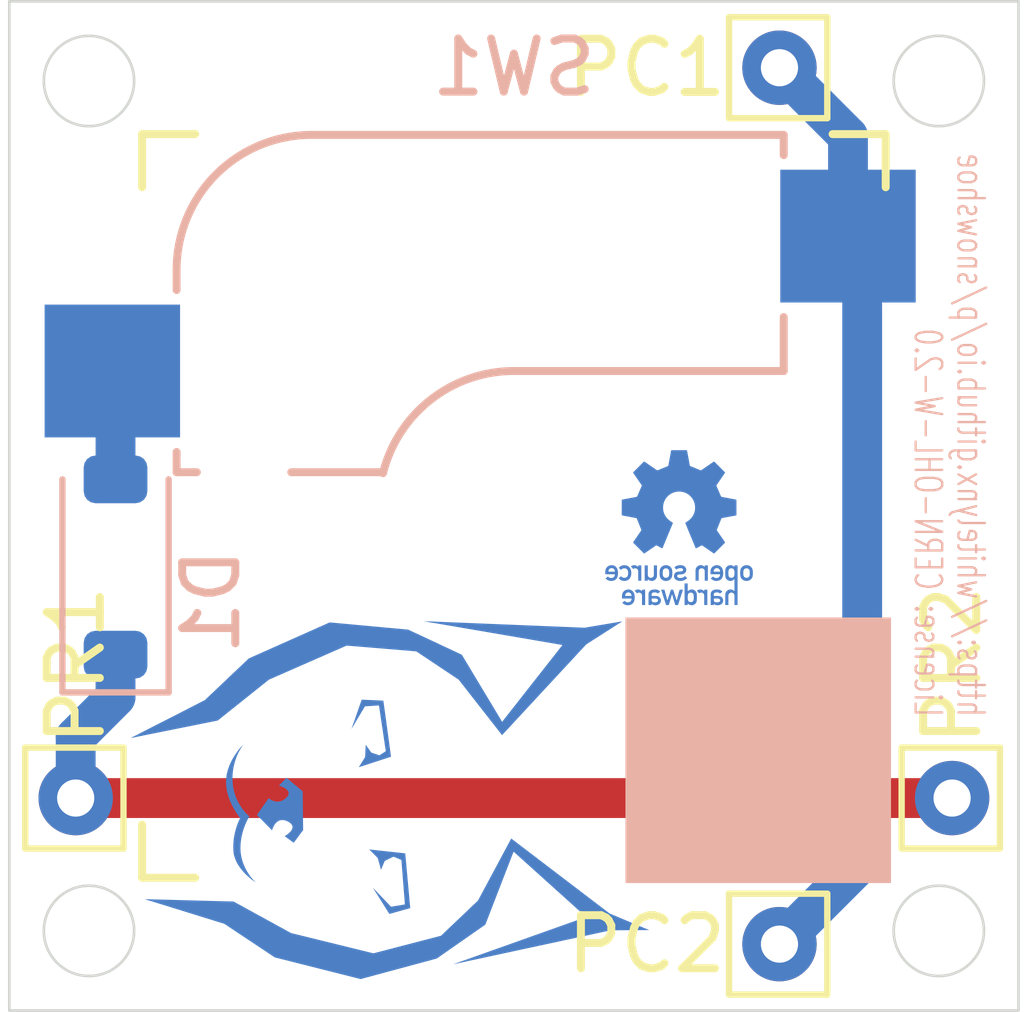
<source format=kicad_pcb>
(kicad_pcb (version 20241229) (generator "pcbnew") (generator_version "9.0")
  (title_block (title "Snowshoe MX") (comment 1 "License: CERN-OHL-W-2.0"))
  (layers (0 "F.Cu" signal) (2 "B.Cu" signal) (13 "F.Paste" user) (15 "B.Paste" user) (5 "F.SilkS" user "F.Silkscreen") (7 "B.SilkS" user "B.Silkscreen") (1 "F.Mask" user) (3 "B.Mask" user) (25 "Edge.Cuts" user))
  (net 0 "")
  (net 1 "Net-(D1-A)")
  (net 2 "Net-(D1-K)")
  (net 3 "Net-(PC1-Pin_1)")
  (footprint "Connector_Pin:Pin_D0.7mm_L6.5mm_W1.8mm_FlatFork" (layer "F.Cu") (at 96.75 70.5)
    (property "Reference" "PR1")
    (property "Value" "Conn_01x01_Pin" (hide yes))
  )
  (footprint "Connector_Pin:Pin_D0.7mm_L6.5mm_W1.8mm_FlatFork" (layer "F.Cu") (at 110 73.25)
    (property "Reference" "PC2")
    (property "Value" "Conn_01x01_Pin" (hide yes))
  )
  (footprint "keyswitches:Kailh_socket_MX" (layer "F.Cu") (at 105 65)
    (property "Reference" "SW1")
    (property "Value" "SW_Push")
  )
  (footprint "Connector_Pin:Pin_D0.7mm_L6.5mm_W1.8mm_FlatFork" (layer "F.Cu") (at 110 56.75)
    (property "Reference" "PC1")
    (property "Value" "Conn_01x01_Pin" (hide yes))
  )
  (footprint "Connector_Pin:Pin_D0.7mm_L6.5mm_W1.8mm_FlatFork" (layer "F.Cu") (at 113.25 70.5)
    (property "Reference" "PR2")
    (property "Value" "Conn_01x01_Pin" (hide yes))
  )
  (footprint "Diode_SMD:D_SOD-123" (layer "B.Cu") (at 97.5 66.15 90)
    (property "Reference" "D1")
    (property "Value" "1N4148W")
  )
  (gr_poly (pts (xy 108.213566 66.866098) (xy 108.271827 66.866098) (xy 108.271827 66.866058) (xy 108.271827 66.835777) (xy 108.275356 66.839445) (xy 108.279077 66.842956) (xy 108.282982 66.846299) (xy 108.287061 66.849463) (xy 108.291308 66.852437) (xy 108.295713 66.85521) (xy 108.300269 66.857772) (xy 108.304966 66.86011) (xy 108.309798 66.862214) (xy 108.314756 66.864074) (xy 108.319831 66.865677) (xy 108.325015 66.867014) (xy 108.3303 66.868072) (xy 108.335678 66.868842) (xy 108.34114 66.869312) (xy 108.346678 66.869471) (xy 108.349969 66.869425) (xy 108.353202 66.869286) (xy 108.35638 66.869058) (xy 108.359501 66.868742) (xy 108.362565 66.868339) (xy 108.365573 66.867852) (xy 108.368525 66.867283) (xy 108.371421 66.866633) (xy 108.374261 66.865904) (xy 108.377045 66.865099) (xy 108.379774 66.864219) (xy 108.382446 66.863266) (xy 108.385063 66.862241) (xy 108.387625 66.861148) (xy 108.392582 66.858761) (xy 108.397317 66.856119) (xy 108.401833 66.853238) (xy 108.406129 66.850132) (xy 108.410207 66.846818) (xy 108.414067 66.843309) (xy 108.41771 66.839621) (xy 108.421136 66.835769) (xy 108.424346 66.831768) (xy 108.427213 66.827908) (xy 108.429822 66.824) (xy 108.432183 66.819968) (xy 108.434306 66.815733) (xy 108.436202 66.811218) (xy 108.43788 66.806346) (xy 108.43935 66.801039) (xy 108.440623 66.795221) (xy 108.441709 66.788813) (xy 108.442617 66.781739) (xy 108.443358 66.773921) (xy 108.443941 66.765281) (xy 108.444677 66.745228) (xy 108.444904 66.72104) (xy 108.386643 66.72104) (xy 108.386592 66.729483) (xy 108.386391 66.737861) (xy 108.385971 66.746107) (xy 108.385262 66.754155) (xy 108.384195 66.76194) (xy 108.383505 66.765713) (xy 108.3827 66.769396) (xy 108.381771 66.772979) (xy 108.380709 66.776455) (xy 108.379505 66.779815) (xy 108.37815 66.783052) (xy 108.376637 66.786156) (xy 108.374956 66.78912) (xy 108.373098 66.791936) (xy 108.371055 66.794594) (xy 108.368819 66.797088) (xy 108.366379 66.799408) (xy 108.363729 66.801546) (xy 108.360859 66.803494) (xy 108.35776 66.805244) (xy 108.354424 66.806788) (xy 108.350842 66.808117) (xy 108.347005 66.809222) (xy 108.342905 66.810097) (xy 108.338533 66.810732) (xy 108.33388 66.811119) (xy 108.328938 66.811249) (xy 108.323997 66.811109) (xy 108.319349 66.810695) (xy 108.314984 66.810016) (xy 108.310894 66.809084) (xy 108.30707 66.807908) (xy 108.303503 66.806499) (xy 108.300184 66.804866) (xy 108.297103 66.80302) (xy 108.294254 66.800971) (xy 108.291625 66.798728) (xy 108.289209 66.796303) (xy 108.286996 66.793705) (xy 108.284978 66.790944) (xy 108.283146 66.788031) (xy 108.281491 66.784975) (xy 108.280003 66.781787) (xy 108.277497 66.775054) (xy 108.275555 66.767913) (xy 108.274107 66.760446) (xy 108.273083 66.752732) (xy 108.272409 66.744854) (xy 108.272017 66.736892) (xy 108.271788 66.72104) (xy 108.271833 66.713158) (xy 108.272017 66.705209) (xy 108.272409 66.69727) (xy 108.273083 66.689422) (xy 108.274107 66.681745) (xy 108.274774 66.677995) (xy 108.275555 66.674318) (xy 108.27646 66.670723) (xy 108.277497 66.66722) (xy 108.278675 66.66382) (xy 108.280003 66.660531) (xy 108.281491 66.657366) (xy 108.283146 66.654332) (xy 108.284978 66.65144) (xy 108.286996 66.648701) (xy 108.289209 66.646123) (xy 108.291625 66.643717) (xy 108.294254 66.641494) (xy 108.297103 66.639462) (xy 108.300184 66.637632) (xy 108.303503 66.636013) (xy 108.30707 66.634617) (xy 108.310894 66.633452) (xy 108.314984 66.632528) (xy 108.319349 66.631856) (xy 108.323997 66.631446) (xy 108.328938 66.631307) (xy 108.333929 66.631436) (xy 108.338624 66.631819) (xy 108.343033 66.632448) (xy 108.347165 66.633313) (xy 108.351027 66.634408) (xy 108.35463 66.635724) (xy 108.357983 66.637253) (xy 108.361093 66.638987) (xy 108.363971 66.640918) (xy 108.366626 66.643038) (xy 108.369065 66.645338) (xy 108.371299 66.647811) (xy 108.373337 66.650449) (xy 108.375186 66.653242) (xy 108.376857 66.656184) (xy 108.378359 66.659267) (xy 108.379699 66.662481) (xy 108.380888 66.665819) (xy 108.382847 66.672835) (xy 108.384307 66.68025) (xy 108.38534 66.687999) (xy 108.386018 66.696017) (xy 108.386414 66.70424) (xy 108.386643 66.72104) (xy 108.444904 66.72104) (xy 108.444904 66.720961) (xy 108.444849 66.708267) (xy 108.444677 66.696714) (xy 108.444378 66.686223) (xy 108.443941 66.676716) (xy 108.443358 66.668113) (xy 108.442617 66.660337) (xy 108.441709 66.653308) (xy 108.440623 66.646948) (xy 108.43935 66.641179) (xy 108.43864 66.63849) (xy 108.43788 66.63592) (xy 108.437067 66.633459) (xy 108.436202 66.631095) (xy 108.435282 66.62882) (xy 108.434306 66.626624) (xy 108.432183 66.622428) (xy 108.429822 66.61843) (xy 108.427213 66.614549) (xy 108.424346 66.610709) (xy 108.421136 66.606701) (xy 108.41771 66.602844) (xy 108.414067 66.599153) (xy 108.410207 66.595642) (xy 108.406129 66.592327) (xy 108.401833 66.589222) (xy 108.397317 66.586342) (xy 108.392582 66.583701) (xy 108.387625 66.581316) (xy 108.382446 66.579201) (xy 108.377045 66.57737) (xy 108.371421 66.575838) (xy 108.365573 66.574621) (xy 108.359501 66.573734) (xy 108.353202 66.57319) (xy 108.346678 66.573006) (xy 108.341177 66.573165) (xy 108.335818 66.573636) (xy 108.330592 66.574408) (xy 108.325495 66.575473) (xy 108.320518 66.576818) (xy 108.315656 66.578435) (xy 108.310901 66.580313) (xy 108.306246 66.582441) (xy 108.301686 66.584811) (xy 108.297213 66.587412) (xy 108.29282 66.590233) (xy 108.288501 66.593265) (xy 108.284249 66.596497) (xy 108.280057 66.59992) (xy 108.275919 66.603523) (xy 108.271827 66.607296) (xy 108.271827 66.459341) (xy 108.213566 66.459341)) (fill yes) (layer "B.Cu"))
  (gr_poly (pts (xy 107.858627 66.115664) (xy 107.854553 66.11583) (xy 107.850583 66.116103) (xy 107.846716 66.116478) (xy 107.842952 66.116951) (xy 107.839287 66.117519) (xy 107.835723 66.118177) (xy 107.832255 66.118923) (xy 107.828885 66.119751) (xy 107.825609 66.120658) (xy 107.822427 66.12164) (xy 107.819338 66.122694) (xy 107.816339 66.123815) (xy 107.81343 66.125) (xy 107.81061 66.126244) (xy 107.807876 66.127543) (xy 107.802663 66.130295) (xy 107.797781 66.133223) (xy 107.793218 66.136296) (xy 107.788965 66.139483) (xy 107.78501 66.142754) (xy 107.781341 66.146077) (xy 107.777949 66.149421) (xy 107.774821 66.152755) (xy 107.770799 66.157351) (xy 107.76708 66.161981) (xy 107.763656 66.166705) (xy 107.760523 66.171581) (xy 107.757674 66.176669) (xy 107.755104 66.182028) (xy 107.752806 66.187718) (xy 107.750775 66.193797) (xy 107.749005 66.200324) (xy 107.74749 66.20736) (xy 107.746225 66.214964) (xy 107.745202 66.223193) (xy 107.744417 66.232109) (xy 107.743864 66.241769) (xy 107.743536 66.252234) (xy 107.743428 66.263562) (xy 107.743536 66.274897) (xy 107.743864 66.285379) (xy 107.744417 66.295067) (xy 107.745202 66.304019) (xy 107.746225 66.312291) (xy 107.74749 66.319942) (xy 107.749005 66.32703) (xy 107.750775 66.333611) (xy 107.752806 66.339744) (xy 107.755104 66.345486) (xy 107.757674 66.350895) (xy 107.760523 66.356029) (xy 107.763656 66.360946) (xy 107.76708 66.365702) (xy 107.770799 66.370356) (xy 107.774821 66.374965) (xy 107.777949 66.378299) (xy 107.781343 66.381642) (xy 107.785013 66.384963) (xy 107.788971 66.388231) (xy 107.793226 66.391415) (xy 107.797791 66.394485) (xy 107.802675 66.397409) (xy 107.80789 66.400157) (xy 107.813447 66.402697) (xy 107.819355 66.404999) (xy 107.825627 66.407032) (xy 107.832272 66.408764) (xy 107.839302 66.410165) (xy 107.846728 66.411204) (xy 107.854559 66.411851) (xy 107.862808 66.412073) (xy 107.866985 66.412017) (xy 107.871056 66.411851) (xy 107.875023 66.411579) (xy 107.878887 66.411204) (xy 107.882649 66.410732) (xy 107.88631 66.410165) (xy 107.889873 66.409508) (xy 107.893338 66.408764) (xy 107.896706 66.407937) (xy 107.89998 66.407032) (xy 107.90316 66.406051) (xy 107.906248 66.404999) (xy 107.909245 66.40388) (xy 107.912153 66.402697) (xy 107.914973 66.401455) (xy 107.917706 66.400157) (xy 107.922917 66.397409) (xy 107.927798 66.394485) (xy 107.932359 66.391415) (xy 107.936612 66.388231) (xy 107.940567 66.384963) (xy 107.944235 66.381642) (xy 107.947628 66.378299) (xy 107.950756 66.374965) (xy 107.954778 66.370356) (xy 107.958499 66.365702) (xy 107.961924 66.360946) (xy 107.96506 66.356029) (xy 107.967912 66.350895) (xy 107.970485 66.345486) (xy 107.972787 66.339744) (xy 107.974821 66.333611) (xy 107.976595 66.32703) (xy 107.978113 66.319942) (xy 107.979382 66.312291) (xy 107.980408 66.304019) (xy 107.981195 66.295067) (xy 107.981751 66.285379) (xy 107.98208 66.274897) (xy 107.982188 66.263562) (xy 107.923887 66.263562) (xy 107.923846 66.271134) (xy 107.923719 66.278033) (xy 107.9235 66.284311) (xy 107.923184 66.290019) (xy 107.922764 66.295208) (xy 107.922234 66.299928) (xy 107.921588 66.304232) (xy 107.920821 66.308171) (xy 107.919927 66.311795) (xy 107.918899 66.315156) (xy 107.917732 66.318305) (xy 107.91642 66.321293) (xy 107.914956 66.324171) (xy 107.913336 66.32699) (xy 107.911552 66.329802) (xy 107.9096 66.332658) (xy 107.907888 66.334878) (xy 107.90596 66.33702) (xy 107.903827 66.339076) (xy 107.901502 66.341037) (xy 107.898995 66.342893) (xy 107.896319 66.344636) (xy 107.893485 66.346256) (xy 107.890505 66.347745) (xy 107.887391 66.349092) (xy 107.884153 66.350289) (xy 107.880805 66.351328) (xy 107.877358 66.352198) (xy 107.873823 66.35289) (xy 107.870212 66.353396) (xy 107.866536 66.353706) (xy 107.862808 66.353812) (xy 107.85908 66.353706) (xy 107.855405 66.353394) (xy 107.851793 66.352887) (xy 107.848258 66.352192) (xy 107.84481 66.35132) (xy 107.841461 66.350279) (xy 107.838222 66.349079) (xy 107.835106 66.34773) (xy 107.832124 66.34624) (xy 107.829288 66.344618) (xy 107.826608 66.342875) (xy 107.824098 66.34102) (xy 107.821768 66.339061) (xy 107.81963 66.337008) (xy 107.817696 66.334871) (xy 107.816809 66.333773) (xy 107.815977 66.332658) (xy 107.814024 66.329803) (xy 107.812241 66.326991) (xy 107.81062 66.324174) (xy 107.809157 66.321301) (xy 107.807844 66.318322) (xy 107.806677 66.315185) (xy 107.80565 66.311842) (xy 107.804755 66.30824) (xy 107.803988 66.304331) (xy 107.803343 66.300064) (xy 107.802813 66.295388) (xy 107.802393 66.290253) (xy 107.802076 66.284609) (xy 107.801857 66.278405) (xy 107.801689 66.264118) (xy 107.80173 66.256546) (xy 107.801857 66.249645) (xy 107.802076 66.243365) (xy 107.802393 66.237656) (xy 107.802813 66.232465) (xy 107.803343 66.227741) (xy 107.803988 66.223435) (xy 107.804755 66.219494) (xy 107.80565 66.215869) (xy 107.806677 66.212507) (xy 107.807845 66.209358) (xy 107.809157 66.206371) (xy 107.81062 66.203495) (xy 107.812241 66.200678) (xy 107.814024 66.197871) (xy 107.815977 66.195022) (xy 107.817696 66.192803) (xy 107.819632 66.19066) (xy 107.821771 66.188604) (xy 107.824103 66.186644) (xy 107.826616 66.184787) (xy 107.829298 66.183044) (xy 107.832137 66.181424) (xy 107.835121 66.179936) (xy 107.838239 66.178588) (xy 107.841478 66.177391) (xy 107.844827 66.176353) (xy 107.848274 66.175483) (xy 107.851808 66.17479) (xy 107.855416 66.174284) (xy 107.859087 66.173974) (xy 107.862808 66.173868) (xy 107.86653 66.173974) (xy 107.8702 66.174286) (xy 107.873808 66.174794) (xy 107.877341 66.175488) (xy 107.880788 66.176361) (xy 107.884136 66.177401) (xy 107.887374 66.178601) (xy 107.89049 66.179951) (xy 107.893472 66.181441) (xy 107.896308 66.183062) (xy 107.898987 66.184805) (xy 107.901496 66.18666) (xy 107.903824 66.188619) (xy 107.905958 66.190672) (xy 107.907887 66.192809) (xy 107.908771 66.193907) (xy 107.9096 66.195022) (xy 107.911546 66.197865) (xy 107.913324 66.200655) (xy 107.914942 66.203443) (xy 107.916403 66.206284) (xy 107.917714 66.209229) (xy 107.918882 66.212331) (xy 107.91991 66.215643) (xy 107.920806 66.219217) (xy 107.921575 66.223105) (xy 107.922223 66.227362) (xy 107.922756 66.232038) (xy 107.923178 66.237187) (xy 107.923497 66.242861) (xy 107.923718 66.249114) (xy 107.923887 66.263562) (xy 107.982188 66.263562) (xy 107.98208 66.252326) (xy 107.981751 66.24193) (xy 107.981195 66.232319) (xy 107.980408 66.223433) (xy 107.979382 66.215218) (xy 107.978113 66.207615) (xy 107.976595 66.200568) (xy 107.974821 66.19402) (xy 107.972787 66.187914) (xy 107.970485 66.182192) (xy 107.967912 66.176799) (xy 107.96506 66.171676) (xy 107.961924 66.166767) (xy 107.958499 66.162015) (xy 107.954778 66.157364) (xy 107.950756 66.152755) (xy 107.947628 66.149421) (xy 107.944237 66.146077) (xy 107.94057 66.142754) (xy 107.936618 66.139483) (xy 107.932367 66.136296) (xy 107.927808 66.133223) (xy 107.92293 66.130295) (xy 107.917721 66.127544) (xy 107.91217 66.125) (xy 107.906266 66.122694) (xy 107.899998 66.120658) (xy 107.893354 66.118923) (xy 107.886325 66.117519) (xy 107.878898 66.116478) (xy 107.871063 66.11583) (xy 107.862808 66.115608)) (fill yes) (layer "B.Cu"))
  (gr_poly (pts (xy 107.972923 63.950154) (xy 107.972311 63.950199) (xy 107.971703 63.950274) (xy 107.971098 63.950378) (xy 107.970497 63.950509) (xy 107.969903 63.950668) (xy 107.969314 63.950853) (xy 107.968733 63.951064) (xy 107.968161 63.9513) (xy 107.967597 63.95156) (xy 107.967044 63.951843) (xy 107.966502 63.95215) (xy 107.965972 63.952478) (xy 107.965454 63.952827) (xy 107.964951 63.953197) (xy 107.964462 63.953586) (xy 107.96399 63.953995) (xy 107.963533 63.954421) (xy 107.963095 63.954865) (xy 107.962674 63.955326) (xy 107.962273 63.955803) (xy 107.961893 63.956295) (xy 107.961533 63.956801) (xy 107.961196 63.957321) (xy 107.960882 63.957854) (xy 107.960592 63.9584) (xy 107.960327 63.958956) (xy 107.960088 63.959524) (xy 107.959875 63.960101) (xy 107.95969 63.960688) (xy 107.959534 63.961283) (xy 107.959407 63.961886) (xy 107.908369 64.236126) (xy 107.908243 64.236734) (xy 107.908089 64.237344) (xy 107.907909 64.237955) (xy 107.907701 64.238566) (xy 107.907212 64.239784) (xy 107.906629 64.24099) (xy 107.905958 64.242176) (xy 107.905207 64.243335) (xy 107.904383 64.244458) (xy 107.903493 64.245537) (xy 107.902543 64.246565) (xy 107.901542 64.247533) (xy 107.900496 64.248434) (xy 107.899412 64.249259) (xy 107.898296 64.25) (xy 107.897157 64.25065) (xy 107.896581 64.250939) (xy 107.896001 64.251201) (xy 107.895419 64.251437) (xy 107.894836 64.251644) (xy 107.711043 64.326892) (xy 107.709903 64.3274) (xy 107.708694 64.327825) (xy 107.707427 64.328166) (xy 107.706111 64.328426) (xy 107.704758 64.328604) (xy 107.703378 64.328701) (xy 107.701982 64.328719) (xy 107.70058 64.328658) (xy 107.699184 64.328518) (xy 107.697803 64.328302) (xy 107.696449 64.328009) (xy 107.695131 64.32764) (xy 107.693862 64.327196) (xy 107.69265 64.326678) (xy 107.691508 64.326087) (xy 107.690445 64.325423) (xy 107.461329 64.168181) (xy 107.460815 64.167845) (xy 107.460285 64.167535) (xy 107.459741 64.167251) (xy 107.459184 64.166993) (xy 107.458614 64.166762) (xy 107.458034 64.166556) (xy 107.457445 64.166376) (xy 107.456846 64.166221) (xy 107.456241 64.166092) (xy 107.455629 64.165989) (xy 107.454393 64.165858) (xy 107.453146 64.165826) (xy 107.451899 64.165894) (xy 107.45066 64.166061) (xy 107.44944 64.166324) (xy 107.448247 64.166683) (xy 107.447664 64.166899) (xy 107.447092 64.167138) (xy 107.446531 64.1674) (xy 107.445984 64.167687) (xy 107.44545 64.167996) (xy 107.444931 64.168328) (xy 107.444429 64.168684) (xy 107.443945 64.169063) (xy 107.443479 64.169464) (xy 107.443033 64.169888) (xy 107.250073 64.362849) (xy 107.249645 64.363298) (xy 107.249241 64.363767) (xy 107.248861 64.364254) (xy 107.248503 64.364758) (xy 107.24817 64.365278) (xy 107.24786 64.365814) (xy 107.247311 64.366925) (xy 107.246858 64.368081) (xy 107.246502 64.369275) (xy 107.246242 64.370495) (xy 107.246079 64.371734) (xy 107.246015 64.372981) (xy 107.246049 64.374228) (xy 107.246183 64.375466) (xy 107.246417 64.376684) (xy 107.246752 64.377874) (xy 107.246957 64.378456) (xy 107.247188 64.379027) (xy 107.247444 64.379587) (xy 107.247726 64.380134) (xy 107.248033 64.380667) (xy 107.248366 64.381184) (xy 107.40287 64.606371) (xy 107.403539 64.60744) (xy 107.404132 64.608584) (xy 107.404649 64.609795) (xy 107.405089 64.611062) (xy 107.405452 64.612374) (xy 107.405736 64.613721) (xy 107.405942 64.615094) (xy 107.406069 64.616482) (xy 107.406117 64.617874) (xy 107.406085 64.61926) (xy 107.405972 64.620631) (xy 107.405777 64.621976) (xy 107.405502 64.623284) (xy 107.405144 64.624546) (xy 107.404703 64.625751) (xy 107.404179 64.62689) (xy 107.3229 64.816516) (xy 107.322441 64.817682) (xy 107.321876 64.818836) (xy 107.321211 64.819973) (xy 107.320455 64.821086) (xy 107.319617 64.822167) (xy 107.318703 64.82321) (xy 107.317723 64.824208) (xy 107.316683 64.825153) (xy 107.315593 64.82604) (xy 107.314461 64.82686) (xy 107.313294 64.827608) (xy 107.3121 64.828276) (xy 107.310888 64.828857) (xy 107.309666 64.829344) (xy 107.308441 64.829731) (xy 107.307223 64.83001) (xy 107.042071 64.879302) (xy 107.041872 64.879302) (xy 107.041269 64.879432) (xy 107.040674 64.879591) (xy 107.040088 64.879779) (xy 107.03951 64.879994) (xy 107.038943 64.880235) (xy 107.038386 64.880502) (xy 107.037841 64.880793) (xy 107.037308 64.881108) (xy 107.036788 64.881446) (xy 107.036282 64.881806) (xy 107.035314 64.882589) (xy 107.034411 64.883448) (xy 107.033577 64.884377) (xy 107.03282 64.885369) (xy 107.032146 64.886417) (xy 107.031559 64.887513) (xy 107.031301 64.888077) (xy 107.031067 64.88865) (xy 107.030859 64.889232) (xy 107.030676 64.889822) (xy 107.03052 64.890418) (xy 107.030391 64.891021) (xy 107.03029 64.891628) (xy 107.030218 64.892239) (xy 107.030176 64.892854) (xy 107.030164 64.89347) (xy 107.030164 65.166362) (xy 107.03018 65.166979) (xy 107.030225 65.167593) (xy 107.0303 65.168205) (xy 107.030404 65.168813) (xy 107.030535 65.169416) (xy 107.030694 65.170014) (xy 107.030879 65.170604) (xy 107.03109 65.171187) (xy 107.031326 65.171762) (xy 107.031586 65.172327) (xy 107.03187 65.172882) (xy 107.032176 65.173426) (xy 107.032504 65.173957) (xy 107.032853 65.174476) (xy 107.033223 65.17498) (xy 107.033612 65.17547) (xy 107.034021 65.175944) (xy 107.034447 65.176401) (xy 107.034891 65.17684) (xy 107.035352 65.177261) (xy 107.035829 65.177662) (xy 107.036321 65.178043) (xy 107.036827 65.178403) (xy 107.037347 65.178741) (xy 107.03788 65.179055) (xy 107.038426 65.179345) (xy 107.038982 65.17961) (xy 107.03955 65.17985) (xy 107.040127 65.180062) (xy 107.040714 65.180247) (xy 107.041309 65.180403) (xy 107.041912 65.18053) (xy 107.300555 65.228671) (xy 107.301166 65.228797) (xy 107.301779 65.228951) (xy 107.302391 65.229133) (xy 107.303003 65.229341) (xy 107.30422 65.229832) (xy 107.305422 65.230419) (xy 107.306602 65.231093) (xy 107.307752 65.231848) (xy 107.308865 65.232677) (xy 107.309932 65.233573) (xy 107.310946 65.234528) (xy 107.311899 65.235535) (xy 107.312784 65.236588) (xy 107.313593 65.237679) (xy 107.314318 65.238801) (xy 107.314952 65.239948) (xy 107.315486 65.241111) (xy 107.315714 65.241697) (xy 107.315914 65.242284) (xy 107.396678 65.443976) (xy 107.397179 65.445122) (xy 107.397597 65.446336) (xy 107.397931 65.447607) (xy 107.398184 65.448924) (xy 107.398356 65.450278) (xy 107.398447 65.451658) (xy 107.39846 65.453053) (xy 107.398395 65.454453) (xy 107.398252 65.455848) (xy 107.398033 65.457226) (xy 107.397739 65.458578) (xy 107.39737 65.459893) (xy 107.396928 65.46116) (xy 107.396413 65.46237) (xy 107.395827 65.463511) (xy 107.39517 65.464574) (xy 107.248247 65.678648) (xy 107.24791 65.679162) (xy 107.2476 65.679692) (xy 107.247316 65.680237) (xy 107.247059 65.680795) (xy 107.246827 65.681365) (xy 107.246621 65.681946) (xy 107.246441 65.682537) (xy 107.246287 65.683137) (xy 107.246158 65.683744) (xy 107.246054 65.684357) (xy 107.245923 65.685597) (xy 107.245892 65.686847) (xy 107.24596 65.688099) (xy 107.246126 65.689341) (xy 107.246389 65.690565) (xy 107.246749 65.69176) (xy 107.246964 65.692345) (xy 107.247203 65.692919) (xy 107.247466 65.693481) (xy 107.247752 65.69403) (xy 107.248061 65.694565) (xy 107.248394 65.695084) (xy 107.24875 65.695587) (xy 107.249128 65.696072) (xy 107.249529 65.696538) (xy 107.249954 65.696984) (xy 107.442954 65.889944) (xy 107.443396 65.890368) (xy 107.443858 65.890769) (xy 107.44434 65.891147) (xy 107.444839 65.891502) (xy 107.445355 65.891834) (xy 107.445886 65.892142) (xy 107.44699 65.892689) (xy 107.448142 65.893141) (xy 107.449332 65.893498) (xy 107.450551 65.893759) (xy 107.451789 65.893923) (xy 107.453037 65.893989) (xy 107.454285 65.893957) (xy 107.455524 65.893826) (xy 107.456745 65.893594) (xy 107.457937 65.893262) (xy 107.458519 65.893057) (xy 107.459091 65.892828) (xy 107.459652 65.892572) (xy 107.460199 65.892291) (xy 107.460732 65.891984) (xy 107.46125 65.891651) (xy 107.671554 65.747307) (xy 107.672614 65.746655) (xy 107.673748 65.746084) (xy 107.674947 65.745592) (xy 107.6762 65.745182) (xy 107.677496 65.744852) (xy 107.678826 65.744603) (xy 107.680179 65.744436) (xy 107.681545 65.744351) (xy 107.682914 65.744347) (xy 107.684276 65.744425) (xy 107.685619 65.744586) (xy 107.686935 65.744829) (xy 107.688213 65.745155) (xy 107.689442 65.745564) (xy 107.690613 65.746057) (xy 107.691715 65.746633) (xy 107.784465 65.796163) (xy 107.785018 65.796429) (xy 107.785576 65.796664) (xy 107.786138 65.796866) (xy 107.786703 65.797037) (xy 107.78727 65.797177) (xy 107.787838 65.797287) (xy 107.788406 65.797366) (xy 107.788972 65.797415) (xy 107.789537 65.797434) (xy 107.790099 65.797424) (xy 107.790656 65.797386) (xy 107.791209 65.797319) (xy 107.791755 65.797223) (xy 107.792295 65.7971) (xy 107.792827 65.79695) (xy 107.79335 65.796773) (xy 107.793863 65.796569) (xy 107.794365 65.796339) (xy 107.794855 65.796083) (xy 107.795333 65.795801) (xy 107.795796 65.795494) (xy 107.796245 65.795163) (xy 107.796678 65.794807) (xy 107.797095 65.794427) (xy 107.797493 65.794023) (xy 107.797873 65.793596) (xy 107.798233 65.793147) (xy 107.798573 65.792674) (xy 107.798891 65.79218) (xy 107.799186 65.791663) (xy 107.799458 65.791125) (xy 107.799705 65.790567) (xy 107.990919 65.328485) (xy 107.991142 65.327911) (xy 107.991336 65.327329) (xy 107.991501 65.326738) (xy 107.991637 65.326142) (xy 107.991745 65.325539) (xy 107.991825 65.324933) (xy 107.991878 65.324323) (xy 107.991903 65.323712) (xy 107.991902 65.323099) (xy 107.991874 65.322486) (xy 107.99182 65.321874) (xy 107.99174 65.321265) (xy 107.991635 65.320659) (xy 107.991505 65.320057) (xy 107.991351 65.319461) (xy 107.991172 65.318871) (xy 107.99097 65.318289) (xy 107.990744 65.317716) (xy 107.990494 65.317152) (xy 107.990223 65.3166) (xy 107.989928 65.316059) (xy 107.989612 65.315532) (xy 107.989274 65.315019) (xy 107.988915 65.314521) (xy 107.988536 65.31404) (xy 107.988135 65.313576) (xy 107.987715 65.313131) (xy 107.987274 65.312705) (xy 107.986815 65.3123) (xy 107.986336 65.311917) (xy 107.985839 65.311557) (xy 107.985323 65.311221) (xy 107.962106 65.297013) (xy 107.960432 65.295948) (xy 107.958646 65.294733) (xy 107.956782 65.293397) (xy 107.954873 65.291963) (xy 107.952953 65.290458) (xy 107.951055 65.288909) (xy 107.949214 65.287342) (xy 107.947461 65.285781) (xy 107.932097 65.275271) (xy 107.917434 65.263857) (xy 107.903513 65.251579) (xy 107.890373 65.238478) (xy 107.878055 65.224594) (xy 107.866597 65.209966) (xy 107.856041 65.194635) (xy 107.846427 65.17864) (xy 107.837793 65.162022) (xy 107.830182 65.144819) (xy 107.823631 65.127073) (xy 107.818182 65.108823) (xy 107.813874 65.090109) (xy 107.810747 65.070971) (xy 107.808842 65.051449) (xy 107.808198 65.031583) (xy 107.808591 65.016055) (xy 107.809756 65.000731) (xy 107.811676 64.98563) (xy 107.81433 64.97077) (xy 107.8177 64.95617) (xy 107.821767 64.94185) (xy 107.826512 64.927829) (xy 107.831917 64.914125) (xy 107.837961 64.900757) (xy 107.844626 64.887745) (xy 107.851893 64.875107) (xy 107.859744 64.862863) (xy 107.868158 64.851031) (xy 107.877118 64.83963) (xy 107.886604 64.82868) (xy 107.896597 64.818198) (xy 107.907078 64.808205) (xy 107.918028 64.798719) (xy 107.929429 64.78976) (xy 107.941261 64.781345) (xy 107.953506 64.773495) (xy 107.966144 64.766228) (xy 107.979156 64.759562) (xy 107.992523 64.753518) (xy 108.006227 64.748114) (xy 108.020249 64.743369) (xy 108.034569 64.739302) (xy 108.049168 64.735931) (xy 108.064028 64.733277) (xy 108.07913 64.731358) (xy 108.094454 64.730192) (xy 108.109982 64.729799) (xy 108.125509 64.730192) (xy 108.140833 64.731357) (xy 108.155935 64.733276) (xy 108.170795 64.73593) (xy 108.185394 64.739299) (xy 108.199714 64.743365) (xy 108.213736 64.74811) (xy 108.22744 64.753513) (xy 108.240807 64.759556) (xy 108.25382 64.76622) (xy 108.266457 64.773486) (xy 108.278702 64.781335) (xy 108.290534 64.789748) (xy 108.301935 64.798707) (xy 108.312885 64.808191) (xy 108.323366 64.818183) (xy 108.333359 64.828664) (xy 108.342845 64.839614) (xy 108.351805 64.851014) (xy 108.360219 64.862845) (xy 108.36807 64.87509) (xy 108.375337 64.887728) (xy 108.382002 64.90074) (xy 108.388047 64.914108) (xy 108.393451 64.927813) (xy 108.398196 64.941836) (xy 108.402263 64.956157) (xy 108.405633 64.970758) (xy 108.408288 64.985621) (xy 108.410207 65.000725) (xy 108.411373 65.016052) (xy 108.411765 65.031583) (xy 108.411604 65.041557) (xy 108.411121 65.051449) (xy 108.410324 65.061255) (xy 108.409216 65.070969) (xy 108.407803 65.080588) (xy 108.406089 65.090106) (xy 108.404081 65.099517) (xy 108.401781 65.108817) (xy 108.399197 65.118002) (xy 108.396332 65.127065) (xy 108.393192 65.136002) (xy 108.389782 65.144809) (xy 108.386106 65.153479) (xy 108.38217 65.162009) (xy 108.373536 65.178625) (xy 108.363922 65.194618) (xy 108.353366 65.209949) (xy 108.341909 65.224576) (xy 108.32959 65.238462) (xy 108.31645 65.251564) (xy 108.302529 65.263845) (xy 108.287866 65.275264) (xy 108.272502 65.285781) (xy 108.270736 65.287342) (xy 108.268885 65.288909) (xy 108.26698 65.290458) (xy 108.265055 65.291963) (xy 108.263144 65.293396) (xy 108.261278 65.294733) (xy 108.259492 65.295948) (xy 108.257818 65.297013) (xy 108.2346 65.311221) (xy 108.234085 65.311554) (xy 108.233587 65.311911) (xy 108.233109 65.312291) (xy 108.232649 65.312694) (xy 108.232209 65.313118) (xy 108.231788 65.313561) (xy 108.231008 65.314505) (xy 108.230311 65.315515) (xy 108.229701 65.316582) (xy 108.22918 65.317699) (xy 108.228751 65.318856) (xy 108.228418 65.320044) (xy 108.228183 65.321254) (xy 108.22805 65.322478) (xy 108.22802 65.323706) (xy 108.228098 65.32493) (xy 108.228178 65.325537) (xy 108.228286 65.32614) (xy 108.228422 65.326737) (xy 108.228587 65.327328) (xy 108.228781 65.327911) (xy 108.229004 65.328485) (xy 108.420219 65.790567) (xy 108.420466 65.791125) (xy 108.420737 65.791663) (xy 108.421033 65.79218) (xy 108.42135 65.792674) (xy 108.42169 65.793147) (xy 108.42205 65.793596) (xy 108.42243 65.794023) (xy 108.422829 65.794427) (xy 108.423245 65.794807) (xy 108.423678 65.795163) (xy 108.424127 65.795494) (xy 108.424591 65.795801) (xy 108.425068 65.796083) (xy 108.425558 65.796339) (xy 108.426061 65.796569) (xy 108.426574 65.796773) (xy 108.427096 65.79695) (xy 108.427628 65.7971) (xy 108.428168 65.797223) (xy 108.428715 65.797319) (xy 108.429267 65.797386) (xy 108.429825 65.797424) (xy 108.430386 65.797434) (xy 108.430951 65.797415) (xy 108.431518 65.797366) (xy 108.432085 65.797287) (xy 108.432653 65.797177) (xy 108.43322 65.797037) (xy 108.433785 65.796866) (xy 108.434347 65.796664) (xy 108.434905 65.796429) (xy 108.435459 65.796163) (xy 108.528208 65.746633) (xy 108.52931 65.74605) (xy 108.530481 65.745553) (xy 108.53171 65.745141) (xy 108.532988 65.744813) (xy 108.534304 65.744568) (xy 108.535648 65.744408) (xy 108.537009 65.74433) (xy 108.538378 65.744336) (xy 108.539744 65.744423) (xy 108.541097 65.744593) (xy 108.542427 65.744844) (xy 108.543724 65.745176) (xy 108.544976 65.745589) (xy 108.546175 65.746082) (xy 108.547309 65.746655) (xy 108.54837 65.747307) (xy 108.758674 65.891651) (xy 108.759191 65.891984) (xy 108.759725 65.892291) (xy 108.760272 65.892572) (xy 108.760832 65.892828) (xy 108.761404 65.893057) (xy 108.761987 65.893262) (xy 108.762579 65.893441) (xy 108.763179 65.893594) (xy 108.7644 65.893826) (xy 108.76564 65.893957) (xy 108.76689 65.893989) (xy 108.768139 65.893923) (xy 108.769379 65.893759) (xy 108.770601 65.893498) (xy 108.771794 65.893141) (xy 108.772377 65.892927) (xy 108.77295 65.892689) (xy 108.773511 65.892427) (xy 108.774059 65.892142) (xy 108.774593 65.891834) (xy 108.775111 65.891502) (xy 108.775613 65.891147) (xy 108.776098 65.890769) (xy 108.776564 65.890368) (xy 108.777009 65.889944) (xy 108.97001 65.696984) (xy 108.970433 65.696538) (xy 108.970834 65.696072) (xy 108.971212 65.695588) (xy 108.971567 65.695086) (xy 108.971899 65.694567) (xy 108.972208 65.694033) (xy 108.972754 65.692924) (xy 108.973206 65.691769) (xy 108.973563 65.690575) (xy 108.973824 65.689354) (xy 108.973988 65.688113) (xy 108.974055 65.686864) (xy 108.974022 65.685615) (xy 108.973891 65.684375) (xy 108.97366 65.683154) (xy 108.973327 65.681961) (xy 108.973123 65.681379) (xy 108.972893 65.680806) (xy 108.972637 65.680246) (xy 108.972356 65.679699) (xy 108.972049 65.679166) (xy 108.971716 65.678648) (xy 108.824793 65.464574) (xy 108.824122 65.463511) (xy 108.823525 65.46237) (xy 108.823002 65.46116) (xy 108.822553 65.459893) (xy 108.82218 65.458578) (xy 108.821882 65.457226) (xy 108.821662 65.455848) (xy 108.821519 65.454453) (xy 108.821454 65.453053) (xy 108.821468 65.451658) (xy 108.821561 65.450278) (xy 108.821735 65.448924) (xy 108.821989 65.447607) (xy 108.822325 65.446336) (xy 108.822744 65.445122) (xy 108.823245 65.443976) (xy 108.904009 65.242284) (xy 108.904438 65.241111) (xy 108.904974 65.239948) (xy 108.905609 65.238801) (xy 108.906337 65.237679) (xy 108.907148 65.236588) (xy 108.908035 65.235535) (xy 108.908991 65.234528) (xy 108.910007 65.233573) (xy 108.911076 65.232677) (xy 108.912189 65.231848) (xy 108.913339 65.231093) (xy 108.914518 65.230419) (xy 108.915719 65.229832) (xy 108.916932 65.229341) (xy 108.918152 65.228951) (xy 108.918761 65.228797) (xy 108.919368 65.228671) (xy 109.178012 65.18053) (xy 109.178615 65.180403) (xy 109.17921 65.180247) (xy 109.179797 65.180062) (xy 109.180375 65.17985) (xy 109.180944 65.17961) (xy 109.181502 65.179345) (xy 109.182048 65.179055) (xy 109.182583 65.17874) (xy 109.183104 65.178403) (xy 109.183612 65.178043) (xy 109.184584 65.177261) (xy 109.185492 65.176401) (xy 109.186331 65.17547) (xy 109.187094 65.174476) (xy 109.187775 65.173426) (xy 109.188368 65.172327) (xy 109.18863 65.171762) (xy 109.188867 65.171187) (xy 109.189079 65.170604) (xy 109.189265 65.170014) (xy 109.189425 65.169416) (xy 109.189558 65.168813) (xy 109.189662 65.168205) (xy 109.189738 65.167593) (xy 109.189783 65.166979) (xy 109.189799 65.166362) (xy 109.189799 64.89347) (xy 109.189784 64.892854) (xy 109.189738 64.892239) (xy 109.189663 64.891628) (xy 109.189559 64.891021) (xy 109.189428 64.890418) (xy 109.189269 64.889822) (xy 109.189084 64.889232) (xy 109.188873 64.88865) (xy 109.188637 64.888077) (xy 109.188377 64.887513) (xy 109.188094 64.886959) (xy 109.187788 64.886417) (xy 109.187459 64.885886) (xy 109.18711 64.885369) (xy 109.18674 64.884866) (xy 109.186351 64.884377) (xy 109.185943 64.883904) (xy 109.185516 64.883448) (xy 109.185072 64.883009) (xy 109.184611 64.882589) (xy 109.184134 64.882187) (xy 109.183643 64.881806) (xy 109.183136 64.881446) (xy 109.182616 64.881108) (xy 109.182083 64.880793) (xy 109.181538 64.880502) (xy 109.180981 64.880235) (xy 109.180413 64.879994) (xy 109.179836 64.879779) (xy 109.179249 64.879591) (xy 109.178654 64.879432) (xy 109.178051 64.879302) (xy 108.912899 64.83001) (xy 108.912291 64.829884) (xy 108.911681 64.829731) (xy 108.911069 64.82955) (xy 108.910456 64.829344) (xy 108.909234 64.828857) (xy 108.908022 64.828276) (xy 108.906828 64.827608) (xy 108.905661 64.82686) (xy 108.904529 64.82604) (xy 108.903439 64.825153) (xy 108.902399 64.824208) (xy 108.901419 64.82321) (xy 108.900505 64.822167) (xy 108.899667 64.821086) (xy 108.898911 64.819973) (xy 108.898246 64.818836) (xy 108.897951 64.818261) (xy 108.897681 64.817682) (xy 108.897438 64.8171) (xy 108.897223 64.816516) (xy 108.815943 64.62689) (xy 108.815419 64.625751) (xy 108.81498 64.624545) (xy 108.814624 64.623281) (xy 108.81435 64.62197) (xy 108.814157 64.620623) (xy 108.814046 64.61925) (xy 108.814014 64.617861) (xy 108.814062 64.616467) (xy 108.814189 64.615078) (xy 108.814394 64.613704) (xy 108.814675 64.612356) (xy 108.815033 64.611045) (xy 108.815466 64.60978) (xy 108.815975 64.608573) (xy 108.816557 64.607433) (xy 108.817213 64.606371) (xy 108.971716 64.381184) (xy 108.972053 64.380666) (xy 108.972363 64.380133) (xy 108.972647 64.379586) (xy 108.972904 64.379026) (xy 108.973136 64.378454) (xy 108.973342 64.377871) (xy 108.973522 64.377279) (xy 108.973676 64.376678) (xy 108.973805 64.376071) (xy 108.973909 64.375458) (xy 108.97404 64.374218) (xy 108.974071 64.372968) (xy 108.974003 64.371719) (xy 108.973837 64.370479) (xy 108.973574 64.369257) (xy 108.973214 64.368064) (xy 108.972999 64.367481) (xy 108.97276 64.366908) (xy 108.972497 64.366347) (xy 108.972211 64.365799) (xy 108.971902 64.365265) (xy 108.971569 64.364747) (xy 108.971214 64.364244) (xy 108.970835 64.36376) (xy 108.970434 64.363294) (xy 108.97001 64.362849) (xy 108.777049 64.169888) (xy 108.776603 64.16946) (xy 108.776138 64.169056) (xy 108.775653 64.168675) (xy 108.775151 64.168317) (xy 108.774632 64.167983) (xy 108.774099 64.167672) (xy 108.77299 64.167121) (xy 108.771834 64.166666) (xy 108.770641 64.166306) (xy 108.769419 64.166044) (xy 108.768179 64.16588) (xy 108.766929 64.165814) (xy 108.76568 64.165847) (xy 108.76444 64.165981) (xy 108.763219 64.166216) (xy 108.762027 64.166552) (xy 108.761444 64.166759) (xy 108.760872 64.166992) (xy 108.760312 64.16725) (xy 108.759764 64.167534) (xy 108.759231 64.167845) (xy 108.758713 64.168181) (xy 108.529598 64.325423) (xy 108.528542 64.32608) (xy 108.527405 64.326665) (xy 108.526199 64.327178) (xy 108.524934 64.327617) (xy 108.52362 64.327983) (xy 108.522267 64.328274) (xy 108.520888 64.328489) (xy 108.519492 64.328628) (xy 108.51809 64.32869) (xy 108.516692 64.328674) (xy 108.51531 64.328578) (xy 108.513954 64.328404) (xy 108.512634 64.328148) (xy 108.511361 64.327812) (xy 108.510146 64.327393) (xy 108.509 64.326892) (xy 108.325167 64.251644) (xy 108.324002 64.251201) (xy 108.322847 64.25065) (xy 108.32171 64.25) (xy 108.320597 64.249259) (xy 108.319515 64.248434) (xy 108.318471 64.247533) (xy 108.317472 64.246565) (xy 108.316525 64.245537) (xy 108.315637 64.244458) (xy 108.314814 64.243335) (xy 108.314063 64.242176) (xy 108.313391 64.24099) (xy 108.312806 64.239784) (xy 108.312313 64.238566) (xy 108.31192 64.237344) (xy 108.311634 64.236126) (xy 108.260596 63.961886) (xy 108.260469 63.961283) (xy 108.260313 63.960688) (xy 108.260128 63.960101) (xy 108.259915 63.959524) (xy 108.259676 63.958956) (xy 108.259411 63.9584) (xy 108.259121 63.957854) (xy 108.258807 63.957321) (xy 108.258469 63.956801) (xy 108.25811 63.956295) (xy 108.257329 63.955326) (xy 108.25647 63.954421) (xy 108.25554 63.953586) (xy 108.254548 63.952827) (xy 108.253501 63.95215) (xy 108.252406 63.95156) (xy 108.25127 63.951064) (xy 108.250689 63.950853) (xy 108.2501 63.950668) (xy 108.249506 63.950509) (xy 108.248905 63.950378) (xy 108.2483 63.950274) (xy 108.247692 63.950199) (xy 108.24708 63.950154) (xy 108.246467 63.950138) (xy 107.973536 63.950138)) (fill yes) (layer "B.Cu"))
  (gr_poly (pts (xy 106.824102 72.989223) (xy 103.857289 73.629138) (xy 106.359841 72.73919) (xy 104.994078 71.509185) (xy 104.46236 72.883192) (xy 103.547861 73.521302) (xy 102.113979 73.907875) (xy 100.497522 73.5) (xy 99.548843 72.868088) (xy 98.049308 72.403226) (xy 99.723655 72.448057) (xy 100.805866 73.041877) (xy 102.354685 73.422854) (xy 103.627294 73.091944) (xy 104.324016 72.429162) (xy 104.94967 71.260959) (xy 106.803582 72.67414) (xy 107.54682 72.985673)) (fill yes) (layer "B.Cu"))
  (gr_poly (pts (xy 107.462361 66.40866) (xy 107.520623 66.40866) (xy 107.520623 66.377783) (xy 107.521734 66.377783) (xy 107.52525 66.381935) (xy 107.528949 66.385819) (xy 107.532825 66.389436) (xy 107.536872 66.392785) (xy 107.541083 66.395865) (xy 107.545453 66.398678) (xy 107.549976 66.401223) (xy 107.554645 66.4035) (xy 107.559454 66.40551) (xy 107.564398 66.407251) (xy 107.56947 66.408724) (xy 107.574664 66.40993) (xy 107.579975 66.410867) (xy 107.585396 66.411537) (xy 107.590921 66.411939) (xy 107.596545 66.412073) (xy 107.600842 66.411971) (xy 107.605163 66.411666) (xy 107.613833 66.410447) (xy 107.62247 66.408424) (xy 107.62675 66.407113) (xy 107.63099 66.405602) (xy 107.635181 66.403893) (xy 107.639311 66.401987) (xy 107.64337 66.399883) (xy 107.647347 66.397584) (xy 107.651232 66.395089) (xy 107.655015 66.3924) (xy 107.658686 66.389516) (xy 107.662232 66.38644) (xy 107.665645 66.383171) (xy 107.668914 66.37971) (xy 107.672028 66.376059) (xy 107.674977 66.372217) (xy 107.67775 66.368185) (xy 107.680336 66.363965) (xy 107.682727 66.359557) (xy 107.684909 66.354962) (xy 107.686875 66.35018) (xy 107.688612 66.345212) (xy 107.690111 66.340059) (xy 107.691361 66.334722) (xy 107.692351 66.329201) (xy 107.693071 66.323498) (xy 107.693511 66.317612) (xy 107.69366 66.311544) (xy 107.693699 66.311545) (xy 107.693699 66.119021) (xy 107.635438 66.119021) (xy 107.635438 66.291542) (xy 107.635365 66.295188) (xy 107.635149 66.298736) (xy 107.634791 66.302185) (xy 107.634297 66.305533) (xy 107.633668 66.308779) (xy 107.632909 66.311923) (xy 107.632022 66.314963) (xy 107.63101 66.317898) (xy 107.629877 66.320726) (xy 107.628626 66.323448) (xy 107.627261 66.32606) (xy 107.625784 66.328563) (xy 107.624198 66.330956) (xy 107.622508 66.333236) (xy 107.620715 66.335403) (xy 107.618824 66.337456) (xy 107.616837 66.339393) (xy 107.614759 66.341214) (xy 107.612591 66.342917) (xy 107.610337 66.344501) (xy 107.608001 66.345965) (xy 107.605585 66.347307) (xy 107.603093 66.348528) (xy 107.600529 66.349624) (xy 107.597894 66.350596) (xy 107.595193 66.351443) (xy 107.592429 66.352162) (xy 107.589605 66.352753) (xy 107.586724 66.353214) (xy 107.583789 66.353546) (xy 107.580804 66.353745) (xy 107.577772 66.353812) (xy 107.574742 66.353745) (xy 107.571761 66.353546) (xy 107.568833 66.353214) (xy 107.565962 66.352753) (xy 107.563149 66.352162) (xy 107.560399 66.351443) (xy 107.557713 66.350596) (xy 107.555096 66.349624) (xy 107.552551 66.348528) (xy 107.550079 66.347307) (xy 107.547685 66.345965) (xy 107.545371 66.344501) (xy 107.54314 66.342917) (xy 107.540996 66.341214) (xy 107.538941 66.339393) (xy 107.536979 66.337456) (xy 107.535112 66.335403) (xy 107.533343 66.333236) (xy 107.531676 66.330956) (xy 107.530114 66.328563) (xy 107.528659 66.32606) (xy 107.527314 66.323448) (xy 107.526084 66.320726) (xy 107.52497 66.317898) (xy 107.523976 66.314963) (xy 107.523104 66.311923) (xy 107.522358 66.308779) (xy 107.521742 66.305533) (xy 107.521256 66.302185) (xy 107.520906 66.298736) (xy 107.520694 66.295188) (xy 107.520622 66.291542) (xy 107.520622 66.119021) (xy 107.462361 66.119021)) (fill yes) (layer "B.Cu"))
  (gr_poly (pts (xy 102.080221 69.919177) (xy 102.199001 69.726906) (xy 102.209984 69.496317) (xy 102.315992 69.644012) (xy 102.467569 69.694839) (xy 102.588681 69.617512) (xy 102.459693 68.756239) (xy 102.196121 68.772607) (xy 101.942839 69.197963) (xy 102.13459 68.647019) (xy 102.542526 68.666125) (xy 102.68713 69.721889)) (fill yes) (layer "B.Cu"))
  (gr_poly (pts (xy 109.375646 66.115664) (xy 109.371574 66.11583) (xy 109.367607 66.116103) (xy 109.363743 66.116477) (xy 109.35998 66.116951) (xy 109.356317 66.117519) (xy 109.352753 66.118177) (xy 109.349287 66.118922) (xy 109.345917 66.119751) (xy 109.342642 66.120658) (xy 109.33946 66.12164) (xy 109.33637 66.122694) (xy 109.333371 66.123815) (xy 109.330462 66.124999) (xy 109.32764 66.126243) (xy 109.324905 66.127543) (xy 109.31969 66.130295) (xy 109.314806 66.133222) (xy 109.310241 66.136295) (xy 109.305986 66.139483) (xy 109.302028 66.142754) (xy 109.298358 66.146076) (xy 109.294964 66.14942) (xy 109.291836 66.152755) (xy 109.287807 66.157351) (xy 109.284081 66.161981) (xy 109.280653 66.166705) (xy 109.277515 66.171581) (xy 109.274662 66.176669) (xy 109.272089 66.182028) (xy 109.269788 66.187717) (xy 109.267755 66.193796) (xy 109.265984 66.200324) (xy 109.264468 66.20736) (xy 109.263201 66.214963) (xy 109.262178 66.223193) (xy 109.261393 66.232109) (xy 109.260839 66.241769) (xy 109.260511 66.252234) (xy 109.260403 66.263562) (xy 109.260512 66.274897) (xy 109.260841 66.285379) (xy 109.261396 66.295067) (xy 109.262184 66.304019) (xy 109.263209 66.312291) (xy 109.264478 66.319942) (xy 109.265997 66.327029) (xy 109.26777 66.333611) (xy 109.269805 66.339744) (xy 109.272106 66.345486) (xy 109.27468 66.350895) (xy 109.277532 66.356029) (xy 109.280667 66.360945) (xy 109.284093 66.365702) (xy 109.287814 66.370356) (xy 109.291836 66.374965) (xy 109.29497 66.378299) (xy 109.298369 66.381641) (xy 109.302043 66.384962) (xy 109.306002 66.38823) (xy 109.310259 66.391415) (xy 109.314823 66.394485) (xy 109.319707 66.397409) (xy 109.32492 66.400156) (xy 109.330475 66.402697) (xy 109.336381 66.404999) (xy 109.34265 66.407031) (xy 109.349293 66.408764) (xy 109.356321 66.410165) (xy 109.363744 66.411204) (xy 109.371575 66.41185) (xy 109.379823 66.412073) (xy 109.384 66.412016) (xy 109.388072 66.41185) (xy 109.392039 66.411578) (xy 109.395903 66.411204) (xy 109.399666 66.410732) (xy 109.403329 66.410165) (xy 109.406893 66.409508) (xy 109.410359 66.408764) (xy 109.413729 66.407937) (xy 109.417004 66.407031) (xy 109.420186 66.406051) (xy 109.423276 66.404999) (xy 109.426275 66.403879) (xy 109.429184 66.402697) (xy 109.432006 66.401455) (xy 109.434741 66.400157) (xy 109.439956 66.397409) (xy 109.44484 66.394485) (xy 109.449405 66.391415) (xy 109.45366 66.38823) (xy 109.457618 66.384962) (xy 109.461288 66.381641) (xy 109.464682 66.378299) (xy 109.46781 66.374965) (xy 109.471832 66.370356) (xy 109.475551 66.365702) (xy 109.478975 66.360945) (xy 109.482108 66.356029) (xy 109.484957 66.350895) (xy 109.487527 66.345486) (xy 109.489825 66.339744) (xy 109.491856 66.333611) (xy 109.493626 66.327029) (xy 109.495141 66.319942) (xy 109.496406 66.312291) (xy 109.497429 66.304019) (xy 109.498214 66.295067) (xy 109.498767 66.285379) (xy 109.499095 66.274897) (xy 109.499203 66.263562) (xy 109.440942 66.263562) (xy 109.440901 66.271134) (xy 109.440774 66.278033) (xy 109.440555 66.284311) (xy 109.440239 66.290019) (xy 109.439818 66.295208) (xy 109.439288 66.299928) (xy 109.438643 66.304232) (xy 109.437876 66.308171) (xy 109.436981 66.311795) (xy 109.435954 66.315156) (xy 109.434787 66.318305) (xy 109.433474 66.321293) (xy 109.432011 66.324171) (xy 109.43039 66.32699) (xy 109.428607 66.329802) (xy 109.426654 66.332658) (xy 109.424935 66.334878) (xy 109.423 66.33702) (xy 109.42086 66.339076) (xy 109.418528 66.341037) (xy 109.416015 66.342893) (xy 109.413333 66.344636) (xy 109.410494 66.346256) (xy 109.40751 66.347745) (xy 109.404392 66.349092) (xy 109.401153 66.350289) (xy 109.397804 66.351328) (xy 109.394357 66.352198) (xy 109.390823 66.35289) (xy 109.387215 66.353396) (xy 109.383545 66.353706) (xy 109.379823 66.353812) (xy 109.376101 66.353706) (xy 109.372431 66.353394) (xy 109.368823 66.352887) (xy 109.365289 66.352192) (xy 109.361842 66.35132) (xy 109.358493 66.350279) (xy 109.355254 66.349079) (xy 109.352136 66.34773) (xy 109.349152 66.34624) (xy 109.346313 66.344618) (xy 109.343631 66.342875) (xy 109.341118 66.34102) (xy 109.338786 66.339061) (xy 109.336646 66.337008) (xy 109.334711 66.334871) (xy 109.333824 66.333773) (xy 109.332992 66.332658) (xy 109.331039 66.329803) (xy 109.329256 66.326991) (xy 109.327635 66.324174) (xy 109.326172 66.321301) (xy 109.324859 66.318322) (xy 109.323692 66.315185) (xy 109.322665 66.311842) (xy 109.32177 66.30824) (xy 109.321003 66.304331) (xy 109.320358 66.300064) (xy 109.319828 66.295388) (xy 109.319407 66.290253) (xy 109.319091 66.284609) (xy 109.318872 66.278405) (xy 109.318704 66.264118) (xy 109.318745 66.256546) (xy 109.318872 66.249645) (xy 109.319091 66.243365) (xy 109.319407 66.237656) (xy 109.319828 66.232465) (xy 109.320358 66.227741) (xy 109.321003 66.223435) (xy 109.32177 66.219494) (xy 109.322665 66.215869) (xy 109.323692 66.212507) (xy 109.324859 66.209358) (xy 109.326172 66.206371) (xy 109.327635 66.203495) (xy 109.329256 66.200678) (xy 109.331039 66.197871) (xy 109.332992 66.195022) (xy 109.334711 66.192803) (xy 109.336645 66.19066) (xy 109.338783 66.188604) (xy 109.341113 66.186644) (xy 109.343623 66.184787) (xy 109.346303 66.183044) (xy 109.349139 66.181424) (xy 109.352121 66.179936) (xy 109.355237 66.178588) (xy 109.358475 66.177391) (xy 109.361824 66.176353) (xy 109.365273 66.175483) (xy 109.368808 66.17479) (xy 109.372419 66.174284) (xy 109.376095 66.173974) (xy 109.379823 66.173868) (xy 109.383551 66.173974) (xy 109.387227 66.174286) (xy 109.390838 66.174794) (xy 109.394373 66.175488) (xy 109.397822 66.176361) (xy 109.401171 66.177401) (xy 109.404409 66.178601) (xy 109.407525 66.179951) (xy 109.410507 66.181441) (xy 109.413343 66.183062) (xy 109.416023 66.184805) (xy 109.418533 66.18666) (xy 109.420863 66.188619) (xy 109.423001 66.190672) (xy 109.424935 66.192809) (xy 109.425822 66.193907) (xy 109.426654 66.195022) (xy 109.4286 66.197865) (xy 109.430379 66.200655) (xy 109.431996 66.203443) (xy 109.433458 66.206284) (xy 109.434769 66.209229) (xy 109.435936 66.212331) (xy 109.436965 66.215643) (xy 109.437861 66.219217) (xy 109.43863 66.223105) (xy 109.439278 66.227362) (xy 109.43981 66.232038) (xy 109.440233 66.237187) (xy 109.440552 66.242861) (xy 109.440772 66.249114) (xy 109.440942 66.263562) (xy 109.499203 66.263562) (xy 109.499095 66.252326) (xy 109.498767 66.24193) (xy 109.498214 66.232318) (xy 109.497429 66.223433) (xy 109.496406 66.215218) (xy 109.495141 66.207615) (xy 109.493626 66.200568) (xy 109.491856 66.19402) (xy 109.489825 66.187913) (xy 109.487527 66.182192) (xy 109.484957 66.176798) (xy 109.482108 66.171676) (xy 109.478975 66.166767) (xy 109.475551 66.162015) (xy 109.471832 66.157363) (xy 109.46781 66.152755) (xy 109.464682 66.14942) (xy 109.461288 66.146076) (xy 109.457618 66.142754) (xy 109.45366 66.139483) (xy 109.449405 66.136296) (xy 109.44484 66.133222) (xy 109.439956 66.130295) (xy 109.434741 66.127543) (xy 109.429184 66.124999) (xy 109.423276 66.122694) (xy 109.417004 66.120658) (xy 109.410359 66.118922) (xy 109.403329 66.117519) (xy 109.395903 66.116477) (xy 109.388072 66.11583) (xy 109.379823 66.115607)) (fill yes) (layer "B.Cu"))
  (gr_poly (pts (xy 108.512452 66.115669) (xy 108.508179 66.115975) (xy 108.499596 66.117193) (xy 108.491035 66.119216) (xy 108.482581 66.122039) (xy 108.47842 66.123748) (xy 108.474318 66.125655) (xy 108.470284 66.127759) (xy 108.46633 66.130059) (xy 108.462465 66.132554) (xy 108.458701 66.135244) (xy 108.455049 66.138128) (xy 108.451518 66.141206) (xy 108.448119 66.144476) (xy 108.444862 66.147937) (xy 108.44176 66.15159) (xy 108.438821 66.155433) (xy 108.436056 66.159466) (xy 108.433477 66.163688) (xy 108.431093 66.168098) (xy 108.428915 66.172695) (xy 108.426954 66.177479) (xy 108.42522 66.18245) (xy 108.423724 66.187605) (xy 108.422476 66.192945) (xy 108.421487 66.198469) (xy 108.420768 66.204176) (xy 108.420328 66.210065) (xy 108.420179 66.216136) (xy 108.420179 66.40862) (xy 108.47844 66.40862) (xy 108.47844 66.236138) (xy 108.47851 66.232489) (xy 108.478718 66.228938) (xy 108.479061 66.225487) (xy 108.479537 66.222136) (xy 108.480142 66.218888) (xy 108.480875 66.215742) (xy 108.481732 66.212701) (xy 108.48271 66.209766) (xy 108.483807 66.206937) (xy 108.485021 66.204215) (xy 108.486348 66.201602) (xy 108.487785 66.199099) (xy 108.489331 66.196708) (xy 108.490982 66.194428) (xy 108.492735 66.192262) (xy 108.494588 66.19021) (xy 108.496539 66.188273) (xy 108.498583 66.186454) (xy 108.50072 66.184752) (xy 108.502945 66.183169) (xy 108.505256 66.181707) (xy 108.507651 66.180365) (xy 108.510127 66.179146) (xy 108.51268 66.178051) (xy 108.515309 66.17708) (xy 108.518011 66.176234) (xy 108.520782 66.175516) (xy 108.52362 66.174926) (xy 108.526523 66.174465) (xy 108.529488 66.174134) (xy 108.532511 66.173935) (xy 108.535591 66.173868) (xy 108.538672 66.173935) (xy 108.5417 66.174134) (xy 108.544672 66.174465) (xy 108.547585 66.174926) (xy 108.550436 66.175516) (xy 108.553222 66.176234) (xy 108.55594 66.17708) (xy 108.558588 66.178051) (xy 108.561161 66.179146) (xy 108.563659 66.180365) (xy 108.566077 66.181707) (xy 108.568412 66.183169) (xy 108.570662 66.184752) (xy 108.572824 66.186454) (xy 108.574894 66.188273) (xy 108.57687 66.19021) (xy 108.57875 66.192262) (xy 108.580529 66.194428) (xy 108.582205 66.196708) (xy 108.583776 66.199099) (xy 108.585237 66.201602) (xy 108.586587 66.204215) (xy 108.587822 66.206937) (xy 108.58894 66.209766) (xy 108.589937 66.212701) (xy 108.590811 66.215742) (xy 108.591558 66.218888) (xy 108.592176 66.222136) (xy 108.592662 66.225487) (xy 108.593012 66.228938) (xy 108.593225 66.232489) (xy 108.593296 66.236138) (xy 108.593296 66.40862) (xy 108.651557 66.40862) (xy 108.651518 66.40862) (xy 108.651518 66.11902) (xy 108.593256 66.11902) (xy 108.593256 66.149858) (xy 108.592106 66.149858) (xy 108.588589 66.145705) (xy 108.584889 66.141821) (xy 108.58101 66.138204) (xy 108.576958 66.134856) (xy 108.572738 66.131775) (xy 108.568355 66.128962) (xy 108.563814 66.126417) (xy 108.55912 66.12414) (xy 108.554279 66.122131) (xy 108.549296 66.12039) (xy 108.544176 66.118916) (xy 108.538924 66.117711) (xy 108.533545 66.116773) (xy 108.528044 66.116103) (xy 108.522427 66.115701) (xy 108.516699 66.115567)) (fill yes) (layer "B.Cu"))
  (gr_poly (pts (xy 107.259335 66.115667) (xy 107.255077 66.115963) (xy 107.250907 66.116449) (xy 107.246822 66.117121) (xy 107.242819 66.117974) (xy 107.238893 66.119002) (xy 107.235042 66.120201) (xy 107.231261 66.121565) (xy 107.227547 66.12309) (xy 107.223896 66.12477) (xy 107.220306 66.126601) (xy 107.216771 66.128577) (xy 107.213289 66.130693) (xy 107.209856 66.132944) (xy 107.206468 66.135326) (xy 107.203122 66.137832) (xy 107.24539 66.188116) (xy 107.247912 66.186262) (xy 107.250354 66.184551) (xy 107.252729 66.182981) (xy 107.255051 66.181547) (xy 107.257333 66.180248) (xy 107.259588 66.179078) (xy 107.26183 66.178036) (xy 107.264072 66.177118) (xy 107.266329 66.17632) (xy 107.268613 66.175639) (xy 107.270938 66.175072) (xy 107.273317 66.174616) (xy 107.275764 66.174266) (xy 107.278293 66.174021) (xy 107.280916 66.173876) (xy 107.283648 66.173829) (xy 107.288993 66.174044) (xy 107.294283 66.174697) (xy 107.299479 66.175796) (xy 107.30454 66.177348) (xy 107.307008 66.178297) (xy 107.309427 66.179362) (xy 107.311793 66.180545) (xy 107.3141 66.181847) (xy 107.316343 66.183268) (xy 107.318518 66.18481) (xy 107.320619 66.186474) (xy 107.322641 66.18826) (xy 107.32458 66.19017) (xy 107.32643 66.192206) (xy 107.328186 66.194367) (xy 107.329843 66.196655) (xy 107.331397 66.199071) (xy 107.332842 66.201616) (xy 107.334173 66.204291) (xy 107.335385 66.207097) (xy 107.336473 66.210036) (xy 107.337433 66.213107) (xy 107.338258 66.216313) (xy 107.338945 66.219654) (xy 107.339488 66.223132) (xy 107.339882 66.226746) (xy 107.340122 66.230499) (xy 107.340203 66.234392) (xy 107.340203 66.40862) (xy 107.398464 66.40862) (xy 107.398464 66.11902) (xy 107.340203 66.11902) (xy 107.340203 66.149858) (xy 107.339092 66.149858) (xy 107.335575 66.145705) (xy 107.331875 66.141821) (xy 107.327996 66.138204) (xy 107.323944 66.134856) (xy 107.319724 66.131775) (xy 107.315341 66.128962) (xy 107.3108 66.126417) (xy 107.306107 66.12414) (xy 107.301266 66.122131) (xy 107.296282 66.12039) (xy 107.291162 66.118916) (xy 107.28591 66.117711) (xy 107.280531 66.116773) (xy 107.27503 66.116103) (xy 107.269414 66.115701) (xy 107.263685 66.115567)) (fill yes) (layer "B.Cu"))
  (gr_poly (pts (xy 100.854819 71.34282) (xy 100.684189 71.216922) (xy 100.696134 71.209873) (xy 100.709295 71.201504) (xy 100.725675 71.190297) (xy 100.744094 71.176548) (xy 100.76337 71.16055) (xy 100.782324 71.142598) (xy 100.791311 71.132981) (xy 100.799775 71.122986) (xy 100.807568 71.11265) (xy 100.814543 71.10201) (xy 100.820552 71.091101) (xy 100.825447 71.079962) (xy 100.829082 71.068629) (xy 100.831308 71.057138) (xy 100.831978 71.045527) (xy 100.830945 71.033833) (xy 100.82806 71.022091) (xy 100.823177 71.01034) (xy 100.816147 70.998615) (xy 100.806824 70.986954) (xy 100.79506 70.975393) (xy 100.780706 70.963969) (xy 100.763617 70.95272) (xy 100.743643 70.941681) (xy 100.722646 70.93191) (xy 100.702574 70.924357) (xy 100.683409 70.918896) (xy 100.665134 70.915403) (xy 100.647734 70.913753) (xy 100.63119 70.91382) (xy 100.615486 70.915479) (xy 100.600605 70.918605) (xy 100.58653 70.923074) (xy 100.573244 70.928759) (xy 100.56073 70.935536) (xy 100.548972 70.94328) (xy 100.537952 70.951866) (xy 100.527653 70.961168) (xy 100.51806 70.971062) (xy 100.509153 70.981422) (xy 100.500918 70.992123) (xy 100.493336 71.003041) (xy 100.480067 71.025024) (xy 100.469211 71.046371) (xy 100.460631 71.066081) (xy 100.454194 71.083153) (xy 100.449763 71.096586) (xy 100.446381 71.108534) (xy 100.161937 70.818241) (xy 100.382576 70.501522) (xy 100.389809 70.507655) (xy 100.410288 70.522522) (xy 100.424925 70.531574) (xy 100.442187 70.540821) (xy 100.461848 70.549602) (xy 100.483677 70.557253) (xy 100.507447 70.563112) (xy 100.519989 70.565162) (xy 100.53293 70.566516) (xy 100.546242 70.56709) (xy 100.559896 70.566803) (xy 100.573864 70.56557) (xy 100.588117 70.56331) (xy 100.602627 70.559939) (xy 100.617365 70.555374) (xy 100.632303 70.549533) (xy 100.647412 70.542334) (xy 100.662663 70.533692) (xy 100.678028 70.523526) (xy 100.693478 70.511752) (xy 100.708985 70.498287) (xy 100.723169 70.484164) (xy 100.734765 70.470468) (xy 100.743911 70.457202) (xy 100.750748 70.444366) (xy 100.755417 70.431962) (xy 100.758057 70.419992) (xy 100.75881 70.408456) (xy 100.757815 70.397356) (xy 100.755213 70.386694) (xy 100.751143 70.37647) (xy 100.745747 70.366686) (xy 100.739164 70.357343) (xy 100.731535 70.348443) (xy 100.723 70.339987) (xy 100.713699 70.331977) (xy 100.703773 70.324413) (xy 100.682605 70.310631) (xy 100.660618 70.298651) (xy 100.638935 70.288485) (xy 100.618678 70.280144) (xy 100.586931 70.268977) (xy 100.574353 70.265235) (xy 100.720144 70.118189) (xy 101.024299 70.373081) (xy 101.032214 71.102981)) (fill yes) (layer "B.Cu"))
  (gr_poly (pts (xy 100.119617 72.075258) (xy 100.074678 72.042662) (xy 100.044516 72.018892) (xy 100.010718 71.990428) (xy 99.974403 71.957482) (xy 99.936689 71.920268) (xy 99.898696 71.879002) (xy 99.879944 71.856915) (xy 99.861541 71.833896) (xy 99.843628 71.80997) (xy 99.826345 71.785165) (xy 99.80983 71.759507) (xy 99.794224 71.733023) (xy 99.779668 71.705739) (xy 99.7663 71.677684) (xy 99.75426 71.648882) (xy 99.743689 71.619361) (xy 99.734727 71.589149) (xy 99.727512 71.55827) (xy 99.722185 71.526753) (xy 99.718887 71.494624) (xy 99.716383 71.430687) (xy 99.717506 71.368771) (xy 99.721778 71.309169) (xy 99.72872 71.252168) (xy 99.737854 71.198061) (xy 99.748703 71.147137) (xy 99.760788 71.099686) (xy 99.773631 71.055997) (xy 99.786753 71.016362) (xy 99.799677 70.981071) (xy 99.823018 70.924678) (xy 99.84628 70.876779) (xy 99.834293 70.861893) (xy 99.802812 70.819406) (xy 99.781863 70.78883) (xy 99.758562 70.752577) (xy 99.73375 70.711053) (xy 99.708266 70.664665) (xy 99.682951 70.613821) (xy 99.67062 70.586856) (xy 99.658647 70.558929) (xy 99.647135 70.530091) (xy 99.636192 70.500395) (xy 99.625921 70.469889) (xy 99.616428 70.438627) (xy 99.607817 70.406657) (xy 99.600194 70.374032) (xy 99.593664 70.340802) (xy 99.588332 70.307017) (xy 99.584303 70.27273) (xy 99.581682 70.237991) (xy 99.580574 70.202851) (xy 99.581083 70.16736) (xy 99.583299 70.131952) (xy 99.587161 70.097052) (xy 99.592558 70.062701) (xy 99.599376 70.028939) (xy 99.616828 69.963344) (xy 99.638617 69.90059) (xy 99.66384 69.841001) (xy 99.691597 69.784898) (xy 99.720987 69.732605) (xy 99.751108 69.684445) (xy 99.781061 69.640742) (xy 99.809943 69.601817) (xy 99.860892 69.539598) (xy 99.910297 69.486726) (xy 99.900295 69.49976) (xy 99.88888 69.515751) (xy 99.874159 69.537781) (xy 99.856861 69.565645) (xy 99.837713 69.599138) (xy 99.817444 69.638053) (xy 99.79678 69.682184) (xy 99.786528 69.706142) (xy 99.77645 69.731327) (xy 99.766638 69.757713) (xy 99.757181 69.785274) (xy 99.748173 69.813986) (xy 99.739702 69.843821) (xy 99.73186 69.874755) (xy 99.724739 69.906762) (xy 99.718429 69.939815) (xy 99.713021 69.97389) (xy 99.708605 70.008961) (xy 99.705274 70.045001) (xy 99.703118 70.081985) (xy 99.702228 70.119888) (xy 99.702695 70.158683) (xy 99.704609 70.198345) (xy 99.708021 70.237817) (xy 99.712851 70.276057) (xy 99.719001 70.313065) (xy 99.726369 70.348838) (xy 99.734855 70.383375) (xy 99.74436 70.416675) (xy 99.766024 70.479557) (xy 99.79056 70.537474) (xy 99.817166 70.590414) (xy 99.84504 70.638365) (xy 99.873383 70.681317) (xy 99.901391 70.719258) (xy 99.928265 70.752176) (xy 99.953203 70.780061) (xy 99.975404 70.802902) (xy 100.008387 70.833404) (xy 100.020807 70.843591) (xy 100.012793 70.856783) (xy 99.991839 70.894606) (xy 99.977957 70.921932) (xy 99.962577 70.954429) (xy 99.946278 70.991768) (xy 99.929639 71.03362) (xy 99.91324 71.079658) (xy 99.897658 71.129551) (xy 99.890355 71.15584) (xy 99.883474 71.182971) (xy 99.877086 71.2109) (xy 99.871265 71.239589) (xy 99.866083 71.268994) (xy 99.861612 71.299076) (xy 99.857924 71.329793) (xy 99.855093 71.361104) (xy 99.853189 71.392967) (xy 99.852286 71.425343) (xy 99.852457 71.458189) (xy 99.853772 71.491465) (xy 99.856378 71.524589) (xy 99.86031 71.556993) (xy 99.865475 71.588656) (xy 99.871781 71.619556) (xy 99.887447 71.678978) (xy 99.906568 71.735086) (xy 99.928405 71.787705) (xy 99.952221 71.836662) (xy 99.977275 71.881782) (xy 100.002829 71.922892) (xy 100.028144 71.959817) (xy 100.052481 71.992383) (xy 100.095265 72.043744) (xy 100.136586 72.086504)) (fill yes) (layer "B.Cu"))
  (gr_poly (pts (xy 108.12651 66.115786) (xy 108.117536 66.116317) (xy 108.10892 66.11719) (xy 108.100645 66.118394) (xy 108.092696 66.11992) (xy 108.085057 66.121758) (xy 108.07771 66.123897) (xy 108.070642 66.126328) (xy 108.063834 66.129039) (xy 108.057272 66.132023) (xy 108.05094 66.135267) (xy 108.04482 66.138763) (xy 108.038898 66.1425) (xy 108.033157 66.146468) (xy 108.02758 66.150657) (xy 108.022153 66.155056) (xy 108.05811 66.197284) (xy 108.062398 66.194354) (xy 108.066712 66.191551) (xy 108.071062 66.188884) (xy 108.075459 66.186361) (xy 108.079914 66.183992) (xy 108.084438 66.181784) (xy 108.089041 66.179746) (xy 108.093735 66.177887) (xy 108.098529 66.176214) (xy 108.103435 66.174737) (xy 108.108463 66.173464) (xy 108.113625 66.172404) (xy 108.118931 66.171564) (xy 108.124391 66.170954) (xy 108.130016 66.170581) (xy 108.135818 66.170455) (xy 108.139226 66.170498) (xy 108.142492 66.170627) (xy 108.145618 66.17084) (xy 108.148607 66.171134) (xy 108.151462 66.171508) (xy 108.154183 66.17196) (xy 108.156774 66.172489) (xy 108.159237 66.173093) (xy 108.161573 66.173769) (xy 108.163786 66.174516) (xy 108.165876 66.175333) (xy 108.167847 66.176217) (xy 108.169701 66.177167) (xy 108.171439 66.17818) (xy 108.173064 66.179256) (xy 108.174578 66.180392) (xy 108.175984 66.181586) (xy 108.177283 66.182838) (xy 108.178477 66.184144) (xy 108.17957 66.185503) (xy 108.180562 66.186913) (xy 108.181457 66.188373) (xy 108.182256 66.189881) (xy 108.182962 66.191434) (xy 108.183576 66.193032) (xy 108.184101 66.194672) (xy 108.18454 66.196353) (xy 108.184894 66.198072) (xy 108.185166 66.199828) (xy 108.185357 66.20162) (xy 108.18547 66.203444) (xy 108.185507 66.205301) (xy 108.185397 66.20765) (xy 108.185058 66.209985) (xy 108.184473 66.212291) (xy 108.183626 66.214553) (xy 108.182501 66.216755) (xy 108.181083 66.218882) (xy 108.179355 66.22092) (xy 108.17837 66.2219) (xy 108.177302 66.222853) (xy 108.176148 66.223775) (xy 108.174907 66.224665) (xy 108.173577 66.225522) (xy 108.172155 66.226343) (xy 108.17064 66.227126) (xy 108.16903 66.22787) (xy 108.165516 66.229232) (xy 108.161596 66.230414) (xy 108.157256 66.2314) (xy 108.152478 66.232175) (xy 108.147248 66.232725) (xy 108.099266 66.236138) (xy 108.093746 66.236608) (xy 108.088434 66.237266) (xy 108.083329 66.238106) (xy 108.078429 66.239124) (xy 108.073731 66.240316) (xy 108.069233 66.241678) (xy 108.064933 66.243206) (xy 108.060829 66.244895) (xy 108.056918 66.246742) (xy 108.053198 66.248742) (xy 108.049668 66.25089) (xy 108.046324 66.253184) (xy 108.043165 66.255618) (xy 108.040189 66.258188) (xy 108.037392 66.26089) (xy 108.034774 66.263721) (xy 108.032331 66.266675) (xy 108.030062 66.269748) (xy 108.027965 66.272937) (xy 108.026036 66.276237) (xy 108.024275 66.279644) (xy 108.022678 66.283153) (xy 108.021244 66.286761) (xy 108.01997 66.290464) (xy 108.018855 66.294256) (xy 108.017895 66.298135) (xy 108.016435 66.306133) (xy 108.015571 66.314424) (xy 108.015287 66.322974) (xy 108.01544 66.328206) (xy 108.015894 66.333295) (xy 108.016643 66.33824) (xy 108.017679 66.34304) (xy 108.018995 66.347693) (xy 108.020584 66.352198) (xy 108.022441 66.356552) (xy 108.024557 66.360755) (xy 108.026926 66.364805) (xy 108.02954 66.368699) (xy 108.032394 66.372438) (xy 108.03548 66.376019) (xy 108.03879 66.37944) (xy 108.042319 66.3827) (xy 108.046059 66.385798) (xy 108.050004 66.388731) (xy 108.054146 66.391499) (xy 108.058478 66.3941) (xy 108.067687 66.398793) (xy 108.077575 66.402799) (xy 108.088087 66.406104) (xy 108.099167 66.408697) (xy 108.110759 66.410564) (xy 108.12281 66.411693) (xy 108.135263 66.412073) (xy 108.144003 66.411872) (xy 108.152659 66.411268) (xy 108.161227 66.410261) (xy 108.169702 66.408849) (xy 108.17808 66.407033) (xy 108.186357 66.40481) (xy 108.19453 66.402181) (xy 108.202593 66.399145) (xy 108.210542 66.3957) (xy 108.218374 66.391845) (xy 108.226084 66.387581) (xy 108.233668 66.382906) (xy 108.241122 66.37782) (xy 108.248441 66.372321) (xy 108.255622 66.366408) (xy 108.26266 66.360082) (xy 108.262699 66.360082) (xy 108.222139 66.320117) (xy 108.217399 66.324582) (xy 108.212592 66.328765) (xy 108.207705 66.332664) (xy 108.202723 66.336279) (xy 108.197634 66.339609) (xy 108.192424 66.342654) (xy 108.18708 66.345412) (xy 108.181588 66.347883) (xy 108.175935 66.350066) (xy 108.170109 66.351961) (xy 108.164094 66.353566) (xy 108.157878 66.354881) (xy 108.151448 66.355905) (xy 108.144791 66.356638) (xy 108.137892 66.357078) (xy 108.130738 66.357225) (xy 108.127659 66.357188) (xy 108.124635 66.357078) (xy 108.121671 66.356894) (xy 108.118768 66.356638) (xy 108.11593 66.356308) (xy 108.113159 66.355905) (xy 108.110457 66.35543) (xy 108.107828 66.354881) (xy 108.105275 66.35426) (xy 108.102799 66.353566) (xy 108.100404 66.3528) (xy 108.098093 66.351961) (xy 108.095868 66.35105) (xy 108.093731 66.350066) (xy 108.091687 66.349011) (xy 108.089736 66.347883) (xy 108.087883 66.346684) (xy 108.08613 66.345412) (xy 108.084479 66.344069) (xy 108.082933 66.342654) (xy 108.081496 66.341167) (xy 108.080169 66.339609) (xy 108.078955 66.33798) (xy 108.077858 66.336279) (xy 108.07688 66.334507) (xy 108.076023 66.332664) (xy 108.07529 66.33075) (xy 108.074685 66.328765) (xy 108.074209 66.326709) (xy 108.073866 66.324582) (xy 108.073658 66.322385) (xy 108.073588 66.320117) (xy 108.073633 66.318231) (xy 108.073766 66.316427) (xy 108.073986 66.314703) (xy 108.074289 66.313057) (xy 108.074675 66.311487) (xy 108.075141 66.309992) (xy 108.075686 66.30857) (xy 108.076307 66.307219) (xy 108.077002 66.305937) (xy 108.07777 66.304723) (xy 108.078609 66.303575) (xy 108.079516 66.302491) (xy 108.080489 66.301469) (xy 108.081527 66.300508) (xy 108.082627 66.299605) (xy 108.083788 66.29876) (xy 108.085008 66.29797) (xy 108.086284 66.297233) (xy 108.088998 66.295912) (xy 108.091916 66.294785) (xy 108.09502 66.293836) (xy 108.098295 66.293051) (xy 108.101726 66.292416) (xy 108.105296 66.291918) (xy 108.10899 66.291542) (xy 108.160425 66.286978) (xy 108.169268 66.285939) (xy 108.177784 66.28433) (xy 108.181908 66.283312) (xy 108.185937 66.282155) (xy 108.189868 66.280857) (xy 108.193696 66.279419) (xy 108.197416 66.277843) (xy 108.201026 66.276128) (xy 108.20452 66.274276) (xy 108.207894 66.272286) (xy 108.211144 66.270161) (xy 108.214266 66.267899) (xy 108.217256 66.265503) (xy 108.22011 66.262972) (xy 108.222823 66.260307) (xy 108.225391 66.257509) (xy 108.22781 66.254578) (xy 108.230077 66.251516) (xy 108.232186 66.248322) (xy 108.234133 66.244998) (xy 108.235915 66.241543) (xy 108.237527 66.237959) (xy 108.238965 66.234247) (xy 108.240225 66.230406) (xy 108.241302 66.226438) (xy 108.242193 66.222342) (xy 108.242893 66.218121) (xy 108.243399 66.213774) (xy 108.243705 66.209302) (xy 108.243808 66.204706) (xy 108.243672 66.199275) (xy 108.243267 66.194012) (xy 108.2426 66.188917) (xy 108.241676 66.18399) (xy 108.240502 66.179232) (xy 108.239083 66.174642) (xy 108.237426 66.170222) (xy 108.235536 66.16597) (xy 108.233419 66.161889) (xy 108.231081 66.157978) (xy 108.228529 66.154237) (xy 108.225767 66.150667) (xy 108.222803 66.147268) (xy 108.219642 66.14404) (xy 108.21629 66.140984) (xy 108.212753 66.1381) (xy 108.209036 66.135388) (xy 108.205147 66.132849) (xy 108.201091 66.130483) (xy 108.196873 66.12829) (xy 108.1925 66.126271) (xy 108.187978 66.124425) (xy 108.17851 66.121258) (xy 108.168516 66.118789) (xy 108.158044 66.117023) (xy 108.147143 66.115962) (xy 108.135858 66.115607)) (fill yes) (layer "B.Cu"))
  (gr_poly (pts (xy 107.074527 66.115669) (xy 107.070485 66.115852) (xy 107.066496 66.116154) (xy 107.062562 66.116573) (xy 107.054854 66.117752) (xy 107.047363 66.119368) (xy 107.04009 66.121403) (xy 107.033035 66.123837) (xy 107.026199 66.126651) (xy 107.019583 66.129826) (xy 107.013188 66.133342) (xy 107.007015 66.13718) (xy 107.001064 66.141321) (xy 106.995337 66.145745) (xy 106.989834 66.150434) (xy 106.984557 66.155367) (xy 106.979506 66.160526) (xy 106.974681 66.165892) (xy 107.017504 66.20415) (xy 107.020249 66.200893) (xy 107.023139 66.197767) (xy 107.026169 66.194783) (xy 107.029334 66.191951) (xy 107.032631 66.189284) (xy 107.036055 66.18679) (xy 107.039601 66.184483) (xy 107.043266 66.182372) (xy 107.047045 66.180468) (xy 107.050933 66.178783) (xy 107.054927 66.177327) (xy 107.059022 66.176111) (xy 107.063213 66.175146) (xy 107.067496 66.174444) (xy 107.071867 66.174014) (xy 107.076321 66.173869) (xy 107.084977 66.174191) (xy 107.093166 66.175166) (xy 107.097082 66.175903) (xy 107.100876 66.176807) (xy 107.104548 66.17788) (xy 107.108095 66.179124) (xy 107.111515 66.18054) (xy 107.114808 66.182129) (xy 107.117972 66.183894) (xy 107.121004 66.185836) (xy 107.123904 66.187956) (xy 107.126671 66.190255) (xy 107.129301 66.192736) (xy 107.131794 66.195399) (xy 107.134149 66.198247) (xy 107.136362 66.20128) (xy 107.138434 66.2045) (xy 107.140363 66.207909) (xy 107.142146 66.211508) (xy 107.143782 66.215299) (xy 107.145271 66.219283) (xy 107.146609 66.223462) (xy 107.147796 66.227837) (xy 107.148829 66.232409) (xy 107.149708 66.237181) (xy 107.150431 66.242153) (xy 107.151401 66.252705) (xy 107.151727 66.264078) (xy 107.151645 66.269867) (xy 107.151401 66.275446) (xy 107.150996 66.280817) (xy 107.150431 66.285983) (xy 107.149708 66.290945) (xy 107.148829 66.295703) (xy 107.147796 66.300261) (xy 107.146609 66.30462) (xy 107.145271 66.308781) (xy 107.143782 66.312747) (xy 107.142146 66.316518) (xy 107.140363 66.320097) (xy 107.138434 66.323484) (xy 107.136362 66.326683) (xy 107.134149 66.329694) (xy 107.131794 66.332519) (xy 107.129301 66.33516) (xy 107.126671 66.337619) (xy 107.123904 66.339897) (xy 107.121004 66.341995) (xy 107.117972 66.343916) (xy 107.114808 66.345662) (xy 107.111515 66.347233) (xy 107.108095 66.348631) (xy 107.104548 66.349859) (xy 107.100876 66.350918) (xy 107.097082 66.351809) (xy 107.093166 66.352534) (xy 107.089131 66.353096) (xy 107.084977 66.353495) (xy 107.080707 66.353733) (xy 107.076321 66.353812) (xy 107.074084 66.353775) (xy 107.071867 66.353666) (xy 107.069671 66.353486) (xy 107.067497 66.353237) (xy 107.063216 66.352534) (xy 107.059027 66.351569) (xy 107.054935 66.350354) (xy 107.050944 66.348898) (xy 107.047058 66.347212) (xy 107.043281 66.345309) (xy 107.039618 66.343198) (xy 107.036072 66.34089) (xy 107.032649 66.338397) (xy 107.029351 66.335729) (xy 107.026183 66.332898) (xy 107.02315 66.329913) (xy 107.020256 66.326787) (xy 107.017504 66.32353) (xy 107.017504 66.32357) (xy 106.974681 66.361829) (xy 106.979499 66.367187) (xy 106.984545 66.37234) (xy 106.98982 66.377268) (xy 106.99532 66.381952) (xy 107.001046 66.386373) (xy 107.006997 66.39051) (xy 107.013171 66.394346) (xy 107.019568 66.39786) (xy 107.026186 66.401033) (xy 107.033024 66.403846) (xy 107.040082 66.406279) (xy 107.047358 66.408313) (xy 107.054851 66.409929) (xy 107.06256 66.411107) (xy 107.070484 66.411828) (xy 107.078623 66.412073) (xy 107.091112 66.411579) (xy 107.103456 66.410073) (xy 107.115564 66.407523) (xy 107.127344 66.403896) (xy 107.133083 66.401667) (xy 107.138706 66.399156) (xy 107.144201 66.39636) (xy 107.149558 66.393273) (xy 107.154764 66.389891) (xy 107.159809 66.38621) (xy 107.164681 66.382227) (xy 107.169368 66.377937) (xy 107.17386 66.373335) (xy 107.178144 66.368418) (xy 107.18221 66.363181) (xy 107.186046 66.357621) (xy 107.18964 66.351732) (xy 107.192982 66.345512) (xy 107.196059 66.338955) (xy 107.198861 66.332057) (xy 107.201376 66.324815) (xy 107.203593 66.317224) (xy 107.205499 66.30928) (xy 107.207085 66.300979) (xy 107.208338 66.292316) (xy 107.209247 66.283288) (xy 107.209801 66.27389) (xy 107.209988 66.264118) (xy 107.209801 66.254344) (xy 107.209247 66.244942) (xy 107.208338 66.235906) (xy 107.207085 66.227233) (xy 107.205499 66.218919) (xy 107.203593 66.210961) (xy 107.201376 66.203353) (xy 107.198861 66.196092) (xy 107.196059 66.189174) (xy 107.192982 66.182595) (xy 107.18964 66.176352) (xy 107.186046 66.170439) (xy 107.18221 66.164854) (xy 107.178144 66.159592) (xy 107.17386 66.154649) (xy 107.169368 66.150022) (xy 107.164681 66.145705) (xy 107.159809 66.141696) (xy 107.154765 66.13799) (xy 107.149558 66.134584) (xy 107.144202 66.131473) (xy 107.138706 66.128653) (xy 107.133083 66.126121) (xy 107.127344 66.123872) (xy 107.121501 66.121902) (xy 107.115564 66.120208) (xy 107.109545 66.118786) (xy 107.103456 66.117631) (xy 107.097308 66.11674) (xy 107.091112 66.116108) (xy 107.078623 66.115608)) (fill yes) (layer "B.Cu"))
  (gr_poly (pts (xy 107.331493 66.573145) (xy 107.327238 66.57344) (xy 107.32307 66.573926) (xy 107.318985 66.574598) (xy 107.31498 66.575451) (xy 107.311052 66.57648) (xy 107.307197 66.577678) (xy 107.303413 66.579043) (xy 107.299695 66.580568) (xy 107.296041 66.582248) (xy 107.292448 66.584079) (xy 107.288912 66.586055) (xy 107.28543 66.588171) (xy 107.281998 66.590422) (xy 107.278614 66.592803) (xy 107.275274 66.59531) (xy 107.317541 66.645594) (xy 107.320064 66.643739) (xy 107.322506 66.642029) (xy 107.324881 66.640458) (xy 107.327203 66.639025) (xy 107.329485 66.637725) (xy 107.33174 66.636556) (xy 107.333982 66.635514) (xy 107.336224 66.634596) (xy 107.338481 66.633798) (xy 107.340765 66.633117) (xy 107.34309 66.63255) (xy 107.345469 66.632093) (xy 107.347916 66.631744) (xy 107.350445 66.631499) (xy 107.353069 66.631354) (xy 107.3558 66.631306) (xy 107.361145 66.631523) (xy 107.366435 66.632177) (xy 107.37163 66.633277) (xy 107.376692 66.634831) (xy 107.37916 66.635781) (xy 107.381579 66.636848) (xy 107.383945 66.638032) (xy 107.386252 66.639335) (xy 107.388495 66.640757) (xy 107.39067 66.6423) (xy 107.392771 66.643965) (xy 107.394793 66.645753) (xy 107.396732 66.647664) (xy 107.398582 66.6497) (xy 107.400338 66.651861) (xy 107.401995 66.65415) (xy 107.403549 66.656566) (xy 107.404994 66.659111) (xy 107.406325 66.661786) (xy 107.407537 66.664592) (xy 107.408625 66.667529) (xy 107.409585 66.6706) (xy 107.41041 66.673804) (xy 107.411097 66.677143) (xy 107.41164 66.680618) (xy 107.412034 66.68423) (xy 107.412274 66.687981) (xy 107.412355 66.69187) (xy 107.412355 66.866098) (xy 107.470616 66.866098) (xy 107.470656 66.866098) (xy 107.470656 66.576498) (xy 107.412394 66.576498) (xy 107.412394 66.607335) (xy 107.411244 66.607335) (xy 107.40772 66.603183) (xy 107.404015 66.599298) (xy 107.400133 66.595682) (xy 107.396079 66.592333) (xy 107.391858 66.589253) (xy 107.387475 66.58644) (xy 107.382935 66.583895) (xy 107.378243 66.581618) (xy 107.373405 66.579608) (xy 107.368424 66.577867) (xy 107.363306 66.576394) (xy 107.358056 66.575188) (xy 107.352679 66.574251) (xy 107.347181 66.573581) (xy 107.341565 66.573179) (xy 107.335837 66.573045)) (fill yes) (layer "B.Cu"))
  (gr_poly (pts (xy 108.814695 66.115706) (xy 108.808782 66.116118) (xy 108.802937 66.116802) (xy 108.797168 66.117752) (xy 108.791484 66.118965) (xy 108.785892 66.120438) (xy 108.780402 66.122166) (xy 108.775023 66.124147) (xy 108.769762 66.126377) (xy 108.764629 66.128852) (xy 108.759631 66.131567) (xy 108.754779 66.134521) (xy 108.750079 66.137708) (xy 108.745541 66.141126) (xy 108.741174 66.14477) (xy 108.736985 66.148637) (xy 108.732983 66.152724) (xy 108.729178 66.157026) (xy 108.725577 66.16154) (xy 108.72219 66.166262) (xy 108.719024 66.171189) (xy 108.716088 66.176317) (xy 108.713392 66.181642) (xy 108.710942 66.187161) (xy 108.708749 66.19287) (xy 108.706821 66.198765) (xy 108.705165 66.204843) (xy 108.703791 66.2111) (xy 108.702708 66.217532) (xy 108.701924 66.224136) (xy 108.701447 66.230908) (xy 108.701286 66.237845) (xy 108.701286 66.285827) (xy 108.881785 66.285827) (xy 108.8817 66.290205) (xy 108.881448 66.294445) (xy 108.881032 66.298548) (xy 108.880455 66.302513) (xy 108.879721 66.306341) (xy 108.878833 66.310031) (xy 108.877794 66.313583) (xy 108.876608 66.316997) (xy 108.875278 66.320273) (xy 108.873807 66.323411) (xy 108.8722 66.326411) (xy 108.870458 66.329272) (xy 108.868586 66.331995) (xy 108.866586 66.334579) (xy 108.864463 66.337024) (xy 108.862219 66.339331) (xy 108.859857 66.341498) (xy 108.857382 66.343527) (xy 108.854797 66.345416) (xy 108.852104 66.347166) (xy 108.849308 66.348777) (xy 108.846411 66.350248) (xy 108.843416 66.35158) (xy 108.840329 66.352772) (xy 108.83715 66.353824) (xy 108.833885 66.354736) (xy 108.830535 66.355508) (xy 108.827105 66.35614) (xy 108.823599 66.356632) (xy 108.820018 66.356983) (xy 108.816367 66.357194) (xy 108.812649 66.357264) (xy 108.808456 66.357144) (xy 108.804236 66.356786) (xy 108.800001 66.356195) (xy 108.795764 66.355376) (xy 108.791536 66.354331) (xy 108.787331 66.353066) (xy 108.783161 66.351585) (xy 108.779039 66.349892) (xy 108.774976 66.347992) (xy 108.770986 66.345889) (xy 108.767081 66.343587) (xy 108.763273 66.341091) (xy 108.759576 66.338404) (xy 108.756001 66.335531) (xy 108.752561 66.332477) (xy 108.749268 66.329245) (xy 108.707001 66.365202) (xy 108.712457 66.371189) (xy 108.718103 66.376729) (xy 108.723929 66.38183) (xy 108.729926 66.3865) (xy 108.736083 66.390748) (xy 108.74239 66.394583) (xy 108.748837 66.398012) (xy 108.755415 66.401045) (xy 108.762113 66.403689) (xy 108.768921 66.405953) (xy 108.775831 66.407846) (xy 108.782831 66.409376) (xy 108.789911 66.410551) (xy 108.797063 66.41138) (xy 108.804275 66.411871) (xy 108.811538 66.412033) (xy 108.822772 66.411683) (xy 108.834117 66.410573) (xy 108.845459 66.408613) (xy 108.856682 66.405712) (xy 108.867669 66.401781) (xy 108.873039 66.3994) (xy 108.878307 66.396728) (xy 108.883459 66.393753) (xy 108.88848 66.390463) (xy 108.893355 66.386849) (xy 108.898071 66.382898) (xy 108.902613 66.378598) (xy 108.906967 66.37394) (xy 108.911117 66.36891) (xy 108.91505 66.363499) (xy 108.918752 66.357695) (xy 108.922207 66.351486) (xy 108.925402 66.344862) (xy 108.928321 66.337811) (xy 108.930951 66.330321) (xy 108.933278 66.322382) (xy 108.935286 66.313982) (xy 108.936961 66.30511) (xy 108.938289 66.295754) (xy 108.939255 66.285903) (xy 108.939846 66.275547) (xy 108.940046 66.264673) (xy 108.939862 66.254346) (xy 108.93932 66.244457) (xy 108.938704 66.237884) (xy 108.881785 66.237884) (xy 108.759547 66.237884) (xy 108.759775 66.233819) (xy 108.760138 66.229874) (xy 108.760634 66.226051) (xy 108.761258 66.22235) (xy 108.76201 66.218773) (xy 108.762886 66.215318) (xy 108.763884 66.211987) (xy 108.765 66.208781) (xy 108.766233 66.205699) (xy 108.76758 66.202742) (xy 108.769038 66.199912) (xy 108.770605 66.197208) (xy 108.772277 66.19463) (xy 108.774052 66.19218) (xy 108.775928 66.189859) (xy 108.777903 66.187665) (xy 108.779972 66.1856) (xy 108.782134 66.183665) (xy 108.784386 66.18186) (xy 108.786726 66.180185) (xy 108.789151 66.178642) (xy 108.791657 66.177229) (xy 108.794244 66.175949) (xy 108.796907 66.174802) (xy 108.799644 66.173787) (xy 108.802453 66.172906) (xy 108.805331 66.17216) (xy 108.808276 66.171548) (xy 108.811284 66.17107) (xy 108.814354 66.170729) (xy 108.817482 66.170524) (xy 108.820666 66.170455) (xy 108.823851 66.170524) (xy 108.826984 66.170729) (xy 108.830061 66.17107) (xy 108.833078 66.171548) (xy 108.836035 66.17216) (xy 108.838926 66.172906) (xy 108.84175 66.173787) (xy 108.844503 66.174802) (xy 108.847183 66.175949) (xy 108.849786 66.177229) (xy 108.85231 66.178642) (xy 108.854752 66.180185) (xy 108.857109 66.18186) (xy 108.859377 66.183665) (xy 108.861554 66.1856) (xy 108.863637 66.187665) (xy 108.865624 66.189858) (xy 108.86751 66.19218) (xy 108.869294 66.19463) (xy 108.870971 66.197208) (xy 108.87254 66.199912) (xy 108.873998 66.202742) (xy 108.87534 66.205699) (xy 108.876566 66.20878) (xy 108.87767 66.211987) (xy 108.878652 66.215318) (xy 108.879507 66.218773) (xy 108.880233 66.22235) (xy 108.880826 66.226051) (xy 108.881285 66.229874) (xy 108.881605 66.233819) (xy 108.881785 66.237884) (xy 108.938704 66.237884) (xy 108.938433 66.234998) (xy 108.937213 66.225963) (xy 108.935674 66.217343) (xy 108.933828 66.209132) (xy 108.931688 66.201323) (xy 108.929268 66.193909) (xy 108.92658 66.186881) (xy 108.923637 66.180234) (xy 108.920452 66.17396) (xy 108.917039 66.168051) (xy 108.913409 66.1625) (xy 108.909577 66.157301) (xy 108.905555 66.152446) (xy 108.901355 66.147928) (xy 108.896992 66.143739) (xy 108.892478 66.139873) (xy 108.887825 66.136322) (xy 108.883047 66.133079) (xy 108.878157 66.130137) (xy 108.873168 66.127488) (xy 108.868093 66.125126) (xy 108.862944 66.123043) (xy 108.857734 66.121232) (xy 108.852477 66.119686) (xy 108.847186 66.118398) (xy 108.841873 66.11736) (xy 108.831235 66.116006) (xy 108.820666 66.115567)) (fill yes) (layer "B.Cu"))
  (gr_poly (pts (xy 108.812904 66.573332) (xy 108.800346 66.574216) (xy 108.788388 66.575732) (xy 108.782646 66.576737) (xy 108.77707 66.577913) (xy 108.771663 66.579263) (xy 108.766431 66.580793) (xy 108.761379 66.582507) (xy 108.756511 66.584408) (xy 108.751833 66.586501) (xy 108.747349 66.58879) (xy 108.743064 66.59128) (xy 108.738984 66.593976) (xy 108.735113 66.59688) (xy 108.731456 66.599997) (xy 108.728018 66.603333) (xy 108.724804 66.60689) (xy 108.721819 66.610674) (xy 108.719067 66.614688) (xy 108.716555 66.618937) (xy 108.714285 66.623426) (xy 108.712265 66.628157) (xy 108.710498 66.633137) (xy 108.708989 66.638368) (xy 108.707743 66.643855) (xy 108.706766 66.649604) (xy 108.706062 66.655617) (xy 108.705636 66.661899) (xy 108.705493 66.668454) (xy 108.705493 66.866098) (xy 108.763754 66.866098) (xy 108.763794 66.866098) (xy 108.763794 66.840381) (xy 108.764945 66.840381) (xy 108.767289 66.844004) (xy 108.769837 66.847375) (xy 108.772607 66.850497) (xy 108.775615 66.853371) (xy 108.778877 66.856001) (xy 108.782411 66.858388) (xy 108.786233 66.860536) (xy 108.79036 66.862447) (xy 108.794807 66.864124) (xy 108.799593 66.865568) (xy 108.804734 66.866784) (xy 108.810246 66.867773) (xy 108.816146 66.868537) (xy 108.822451 66.86908) (xy 108.829178 66.869404) (xy 108.836342 66.869511) (xy 108.842313 66.8694) (xy 108.848125 66.869069) (xy 108.853776 66.868524) (xy 108.859263 66.867769) (xy 108.864585 66.866809) (xy 108.86974 66.865649) (xy 108.874726 66.864294) (xy 108.879541 66.862748) (xy 108.884183 66.861016) (xy 108.888649 66.859103) (xy 108.892939 66.857014) (xy 108.897049 66.854754) (xy 108.900978 66.852328) (xy 108.904724 66.849739) (xy 108.908285 66.846994) (xy 108.911659 66.844096) (xy 108.914844 66.841052) (xy 108.917838 66.837864) (xy 108.920639 66.834539) (xy 108.923245 66.831081) (xy 108.925654 66.827495) (xy 108.927863 66.823786) (xy 108.929872 66.819958) (xy 108.931678 66.816017) (xy 108.933279 66.811966) (xy 108.934673 66.807812) (xy 108.935857 66.803558) (xy 108.936831 66.79921) (xy 108.937592 66.794772) (xy 108.938138 66.790249) (xy 108.938467 66.785646) (xy 108.938577 66.780968) (xy 108.938516 66.77815) (xy 108.883729 66.77815) (xy 108.883546 66.781759) (xy 108.882989 66.785293) (xy 108.882045 66.78873) (xy 108.880701 66.792049) (xy 108.879876 66.793657) (xy 108.878946 66.795227) (xy 108.87791 66.796757) (xy 108.876766 66.798244) (xy 108.875513 66.799685) (xy 108.87415 66.801077) (xy 108.872674 66.802417) (xy 108.871084 66.803704) (xy 108.869379 66.804934) (xy 108.867556 66.806104) (xy 108.865615 66.807211) (xy 108.863554 66.808254) (xy 108.861371 66.809229) (xy 108.859065 66.810134) (xy 108.856634 66.810965) (xy 108.854077 66.81172) (xy 108.848577 66.812992) (xy 108.842553 66.813928) (xy 108.835992 66.814505) (xy 108.828881 66.814702) (xy 108.820144 66.814634) (xy 108.812136 66.814394) (xy 108.804832 66.813932) (xy 108.798211 66.813197) (xy 108.79515 66.81271) (xy 108.792251 66.812137) (xy 108.789511 66.811469) (xy 108.786927 66.810701) (xy 108.784497 66.809826) (xy 108.782218 66.808838) (xy 108.780087 66.80773) (xy 108.778101 66.806497) (xy 108.776257 66.805131) (xy 108.774553 66.803627) (xy 108.772986 66.801977) (xy 108.771552 66.800176) (xy 108.770249 66.798217) (xy 108.769075 66.796094) (xy 108.768026 66.7938) (xy 108.767099 66.791329) (xy 108.766292 66.788674) (xy 108.765601 66.78583) (xy 108.765025 66.782789) (xy 108.76456 66.779546) (xy 108.764203 66.776094) (xy 108.763952 66.772426) (xy 108.763803 66.768536) (xy 108.763754 66.764418) (xy 108.763754 66.743265) (xy 108.833445 66.743265) (xy 108.836606 66.743305) (xy 108.839661 66.743424) (xy 108.842609 66.743622) (xy 108.845451 66.743896) (xy 108.848187 66.744247) (xy 108.850819 66.744672) (xy 108.853346 66.74517) (xy 108.855768 66.745741) (xy 108.858087 66.746383) (xy 108.860302 66.747095) (xy 108.862415 66.747876) (xy 108.864424 66.748725) (xy 108.866332 66.749641) (xy 108.868138 66.750622) (xy 108.869842 66.751667) (xy 108.871446 66.752775) (xy 108.872949 66.753945) (xy 108.874352 66.755176) (xy 108.875656 66.756467) (xy 108.87686 66.757816) (xy 108.877966 66.759223) (xy 108.878973 66.760686) (xy 108.879883 66.762204) (xy 108.880694 66.763775) (xy 108.881409 66.7654) (xy 108.882027 66.767076) (xy 108.882549 66.768802) (xy 108.882975 66.770578) (xy 108.883306 66.772402) (xy 108.883541 66.774272) (xy 108.883682 66.776189) (xy 108.883729 66.77815) (xy 108.938516 66.77815) (xy 108.938484 66.776655) (xy 108.938203 66.772387) (xy 108.937735 66.76817) (xy 108.937081 66.764012) (xy 108.936241 66.759917) (xy 108.935215 66.755892) (xy 108.934003 66.751942) (xy 108.932606 66.748074) (xy 108.931024 66.744294) (xy 108.929258 66.740607) (xy 108.927307 66.73702) (xy 108.925172 66.733538) (xy 108.922854 66.730168) (xy 108.920352 66.726916) (xy 108.917667 66.723787) (xy 108.9148 66.720787) (xy 108.91175 66.717923) (xy 108.908517 66.7152) (xy 108.905103 66.712625) (xy 108.901508 66.710203) (xy 108.897731 66.707941) (xy 108.893774 66.705844) (xy 108.889636 66.703918) (xy 108.885317 66.702169) (xy 108.880819 66.700604) (xy 108.876141 66.699228) (xy 108.871284 66.698048) (xy 108.866248 66.697068) (xy 108.861033 66.696296) (xy 108.85564 66.695737) (xy 108.850069 66.695398) (xy 108.84432 66.695283) (xy 108.763754 66.695283) (xy 108.763754 66.665002) (xy 108.763963 66.660065) (xy 108.764226 66.657749) (xy 108.764596 66.655532) (xy 108.765074 66.653413) (xy 108.765662 66.65139) (xy 108.766361 66.649462) (xy 108.767171 66.647628) (xy 108.768095 66.645886) (xy 108.769132 66.644234) (xy 108.770285 66.642671) (xy 108.771554 66.641196) (xy 108.772941 66.639808) (xy 108.774446 66.638504) (xy 108.776072 66.637283) (xy 108.777818 66.636144) (xy 108.779687 66.635085) (xy 108.781679 66.634105) (xy 108.786038 66.632377) (xy 108.790903 66.630946) (xy 108.796286 66.629802) (xy 108.802194 66.628932) (xy 108.808638 66.628325) (xy 108.815625 66.62797) (xy 108.823166 66.627854) (xy 108.828659 66.627923) (xy 108.833795 66.628134) (xy 108.838592 66.628494) (xy 108.843066 66.629012) (xy 108.845187 66.629332) (xy 108.847235 66.629694) (xy 108.849211 66.630099) (xy 108.851118 66.630548) (xy 108.852957 66.631041) (xy 108.85473 66.631581) (xy 108.856441 66.632167) (xy 108.858091 66.6328) (xy 108.859683 66.633482) (xy 108.861218 66.634214) (xy 108.862698 66.634995) (xy 108.864127 66.635828) (xy 108.865506 66.636714) (xy 108.866838 66.637652) (xy 108.868124 66.638644) (xy 108.869366 66.639691) (xy 108.870568 66.640795) (xy 108.871731 66.641954) (xy 108.872857 66.643172) (xy 108.873948 66.644448) (xy 108.875008 66.645784) (xy 108.876037 66.647181) (xy 108.877039 66.648638) (xy 108.878014 66.650158) (xy 108.923695 66.615313) (xy 108.919406 66.60975) (xy 108.914886 66.604631) (xy 108.910134 66.599946) (xy 108.905146 66.595682) (xy 108.899921 66.591827) (xy 108.894455 66.58837) (xy 108.888746 66.585298) (xy 108.882792 66.5826) (xy 108.87659 66.580264) (xy 108.870137 66.578278) (xy 108.863432 66.576629) (xy 108.856471 66.575307) (xy 108.849252 66.5743) (xy 108.841773 66.573595) (xy 108.834031 66.573181) (xy 108.826024 66.573045)) (fill yes) (layer "B.Cu"))
  (gr_poly (pts (xy 106.362237 67.606772) (xy 104.777242 69.316117) (xy 103.961067 68.272086) (xy 103.161285 67.738186) (xy 101.850837 67.629733) (xy 100.389962 68.269909) (xy 99.425214 69.040017) (xy 97.783187 69.37046) (xy 99.181161 68.656058) (xy 100.007831 67.871251) (xy 101.53075 67.193008) (xy 103.009612 67.32873) (xy 104.019747 67.801087) (xy 104.778557 69.063951) (xy 105.913908 67.618547) (xy 103.296045 67.169578) (xy 106.328584 67.292819) (xy 107.041267 67.172751)) (fill yes) (layer "B.Cu"))
  (gr_poly (pts (xy 108.502347 66.573145) (xy 108.498087 66.57344) (xy 108.493916 66.573926) (xy 108.489829 66.574598) (xy 108.485823 66.575451) (xy 108.481895 66.57648) (xy 108.478041 66.577678) (xy 108.474258 66.579043) (xy 108.470543 66.580568) (xy 108.466892 66.582248) (xy 108.463301 66.584079) (xy 108.459767 66.586055) (xy 108.456287 66.588171) (xy 108.452857 66.590422) (xy 108.449474 66.592803) (xy 108.446135 66.59531) (xy 108.488402 66.645594) (xy 108.490925 66.643739) (xy 108.493368 66.642029) (xy 108.495745 66.640458) (xy 108.498069 66.639025) (xy 108.500353 66.637725) (xy 108.502611 66.636556) (xy 108.504855 66.635514) (xy 108.5071 66.634596) (xy 108.509358 66.633798) (xy 108.511643 66.633117) (xy 108.513968 66.63255) (xy 108.516347 66.632093) (xy 108.518792 66.631744) (xy 108.521317 66.631499) (xy 108.523936 66.631354) (xy 108.526661 66.631306) (xy 108.531999 66.631523) (xy 108.537284 66.632177) (xy 108.542476 66.633277) (xy 108.547536 66.634831) (xy 108.550003 66.635781) (xy 108.552422 66.636848) (xy 108.554788 66.638032) (xy 108.557095 66.639335) (xy 108.559339 66.640757) (xy 108.561514 66.6423) (xy 108.563616 66.643965) (xy 108.565639 66.645753) (xy 108.567579 66.647664) (xy 108.56943 66.6497) (xy 108.571187 66.651861) (xy 108.572845 66.65415) (xy 108.5744 66.656566) (xy 108.575846 66.659111) (xy 108.577178 66.661786) (xy 108.578392 66.664592) (xy 108.579481 66.667529) (xy 108.580442 66.6706) (xy 108.581268 66.673804) (xy 108.581956 66.677143) (xy 108.582499 66.680618) (xy 108.582894 66.68423) (xy 108.583134 66.687981) (xy 108.583216 66.69187) (xy 108.583216 66.866098) (xy 108.641477 66.866098) (xy 108.641516 66.866098) (xy 108.641516 66.576498) (xy 108.583255 66.576498) (xy 108.583255 66.607335) (xy 108.582104 66.607335) (xy 108.578588 66.603183) (xy 108.574887 66.599298) (xy 108.571009 66.595682) (xy 108.566957 66.592333) (xy 108.562737 66.589253) (xy 108.558353 66.58644) (xy 108.553813 66.583895) (xy 108.549119 66.581618) (xy 108.544278 66.579608) (xy 108.539295 66.577867) (xy 108.534175 66.576394) (xy 108.528922 66.575188) (xy 108.523543 66.574251) (xy 108.518043 66.573581) (xy 108.512426 66.573179) (xy 108.506698 66.573045)) (fill yes) (layer "B.Cu"))
  (gr_poly (pts (xy 108.065294 66.779262) (xy 108.064143 66.779262) (xy 107.99846 66.576498) (xy 107.956193 66.576498) (xy 107.89051 66.779262) (xy 107.889319 66.779262) (xy 107.833955 66.576498) (xy 107.772241 66.576498) (xy 107.864753 66.866098) (xy 107.916188 66.866098) (xy 107.976751 66.663295) (xy 107.977902 66.663295) (xy 108.038425 66.866098) (xy 108.08986 66.866098) (xy 108.182372 66.576498) (xy 108.120697 66.576498)) (fill yes) (layer "B.Cu"))
  (gr_poly (pts (xy 109.071039 66.115832) (xy 109.06474 66.116377) (xy 109.058668 66.117266) (xy 109.052819 66.118485) (xy 109.047194 66.120019) (xy 109.041793 66.121852) (xy 109.036613 66.12397) (xy 109.031655 66.126358) (xy 109.026917 66.128999) (xy 109.022398 66.131881) (xy 109.018099 66.134986) (xy 109.014017 66.138301) (xy 109.010153 66.141809) (xy 109.006505 66.145497) (xy 109.003072 66.149349) (xy 108.999855 66.15335) (xy 108.996988 66.157198) (xy 108.994379 66.161085) (xy 108.992018 66.165092) (xy 108.989895 66.169296) (xy 108.98892 66.171498) (xy 108.988 66.173779) (xy 108.987134 66.176149) (xy 108.986322 66.178619) (xy 108.985561 66.181198) (xy 108.984851 66.183896) (xy 108.983578 66.189689) (xy 108.982492 66.196078) (xy 108.981584 66.203142) (xy 108.980843 66.210961) (xy 108.98026 66.219614) (xy 108.979823 66.229181) (xy 108.979524 66.239741) (xy 108.979352 66.251373) (xy 108.979297 66.264158) (xy 108.979524 66.288551) (xy 108.98026 66.308614) (xy 108.980843 66.317224) (xy 108.981584 66.324995) (xy 108.982492 66.332008) (xy 108.983578 66.338343) (xy 108.984851 66.344082) (xy 108.986322 66.349306) (xy 108.988 66.354096) (xy 108.989895 66.358533) (xy 108.992018 66.362698) (xy 108.994379 66.366671) (xy 108.996988 66.370535) (xy 108.999855 66.37437) (xy 109.003066 66.378371) (xy 109.006493 66.382223) (xy 109.010138 66.38591) (xy 109.014 66.389419) (xy 109.018081 66.392734) (xy 109.022381 66.395839) (xy 109.0269 66.39872) (xy 109.03164 66.401362) (xy 109.0366 66.40375) (xy 109.039163 66.404843) (xy 109.041782 66.405867) (xy 109.044456 66.406821) (xy 109.047186 66.407701) (xy 109.049972 66.408506) (xy 109.052814 66.409235) (xy 109.055711 66.409884) (xy 109.058664 66.410454) (xy 109.061673 66.410941) (xy 109.064739 66.411343) (xy 109.06786 66.41166) (xy 109.071038 66.411888) (xy 109.074272 66.412026) (xy 109.077563 66.412073) (xy 109.083064 66.411914) (xy 109.088423 66.411444) (xy 109.093649 66.410674) (xy 109.098746 66.409612) (xy 109.103723 66.408269) (xy 109.108585 66.406654) (xy 109.11334 66.404779) (xy 109.117995 66.402652) (xy 109.122555 66.400284) (xy 109.127028 66.397684) (xy 109.131421 66.394863) (xy 109.13574 66.39183) (xy 109.139992 66.388596) (xy 109.144184 66.38517) (xy 109.148322 66.381562) (xy 109.152414 66.377783) (xy 109.152612 66.607296) (xy 109.148893 66.60315) (xy 109.145017 66.59927) (xy 109.140987 66.595657) (xy 109.136805 66.592311) (xy 109.132477 66.589231) (xy 109.128004 66.586418) (xy 109.12339 66.583872) (xy 109.11864 66.581593) (xy 109.113755 66.579582) (xy 109.10874 66.577838) (xy 109.103597 66.576362) (xy 109.098331 66.575154) (xy 109.092944 66.574215) (xy 109.08744 66.573543) (xy 109.081823 66.57314) (xy 109.076095 66.573006) (xy 109.071848 66.573108) (xy 109.067574 66.573413) (xy 109.063285 66.573921) (xy 109.058992 66.574631) (xy 109.054703 66.575543) (xy 109.050431 66.576654) (xy 109.046185 66.577966) (xy 109.041976 66.579477) (xy 109.037816 66.581186) (xy 109.033713 66.583092) (xy 109.029679 66.585195) (xy 109.025725 66.587495) (xy 109.021861 66.58999) (xy 109.018097 66.592679) (xy 109.014444 66.595562) (xy 109.010913 66.598639) (xy 109.007514 66.601908) (xy 109.004258 66.605368) (xy 109.001155 66.60902) (xy 108.998216 66.612862) (xy 108.995452 66.616893) (xy 108.992872 66.621113) (xy 108.990488 66.625521) (xy 108.98831 66.630117) (xy 108.986349 66.634899) (xy 108.984615 66.639866) (xy 108.983119 66.645019) (xy 108.981871 66.650356) (xy 108.980882 66.655877) (xy 108.980163 66.661581) (xy 108.979723 66.667467) (xy 108.979575 66.673534) (xy 108.979575 66.866058) (xy 109.037836 66.866058) (xy 109.037836 66.693536) (xy 109.037907 66.689887) (xy 109.03812 66.686336) (xy 109.03847 66.682885) (xy 109.038955 66.679535) (xy 109.039572 66.676286) (xy 109.040318 66.673141) (xy 109.041189 66.6701) (xy 109.042184 66.667164) (xy 109.043297 66.664335) (xy 109.044528 66.661613) (xy 109.045872 66.659001) (xy 109.047327 66.656498) (xy 109.04889 66.654106) (xy 109.050557 66.651826) (xy 109.052325 66.64966) (xy 109.054192 66.647608) (xy 109.056155 66.645672) (xy 109.058209 66.643852) (xy 109.060354 66.64215) (xy 109.062584 66.640568) (xy 109.064898 66.639105) (xy 109.067293 66.637764) (xy 109.069764 66.636544) (xy 109.07231 66.635449) (xy 109.074927 66.634478) (xy 109.077612 66.633633) (xy 109.080363 66.632915) (xy 109.083175 66.632324) (xy 109.086047 66.631863) (xy 109.088974 66.631533) (xy 109.091955 66.631334) (xy 109.094986 66.631267) (xy 109.098018 66.631334) (xy 109.101003 66.631533) (xy 109.103938 66.631863) (xy 109.106819 66.632324) (xy 109.109643 66.632915) (xy 109.112407 66.633633) (xy 109.115108 66.634478) (xy 109.117742 66.635449) (xy 109.120307 66.636544) (xy 109.122799 66.637764) (xy 109.125214 66.639105) (xy 109.127551 66.640568) (xy 109.129804 66.64215) (xy 109.131972 66.643852) (xy 109.134051 66.645672) (xy 109.136038 66.647608) (xy 109.137929 66.64966) (xy 109.139721 66.651826) (xy 109.141412 66.654106) (xy 109.142997 66.656498) (xy 109.144474 66.659001) (xy 109.14584 66.661613) (xy 109.147091 66.664335) (xy 109.148224 66.667164) (xy 109.149235 66.6701) (xy 109.150122 66.673141) (xy 109.150882 66.676286) (xy 109.15151 66.679535) (xy 109.152005 66.682885) (xy 109.152362 66.686336) (xy 109.152579 66.689887) (xy 109.152652 66.693536) (xy 109.152652 66.866058) (xy 109.210913 66.866058) (xy 109.210913 66.264118) (xy 109.152453 66.264118) (xy 109.152225 66.280107) (xy 109.151832 66.288091) (xy 109.151159 66.295964) (xy 109.150134 66.30365) (xy 109.148686 66.311072) (xy 109.146745 66.318153) (xy 109.145566 66.321541) (xy 109.144238 66.324815) (xy 109.142751 66.327965) (xy 109.141095 66.330982) (xy 109.139263 66.333856) (xy 109.137245 66.336577) (xy 109.135032 66.339135) (xy 109.132616 66.341522) (xy 109.129988 66.343727) (xy 109.127138 66.345741) (xy 109.124058 66.347554) (xy 109.120738 66.349156) (xy 109.117171 66.350539) (xy 109.113347 66.351691) (xy 109.109257 66.352605) (xy 109.104892 66.353269) (xy 109.100244 66.353674) (xy 109.095303 66.353812) (xy 109.090312 66.353681) (xy 109.085617 66.353294) (xy 109.081208 66.352659) (xy 109.077076 66.351784) (xy 109.073214 66.350679) (xy 109.069611 66.34935) (xy 109.066258 66.347808) (xy 109.063148 66.346059) (xy 109.06027 66.344113) (xy 109.057615 66.341978) (xy 109.055176 66.339662) (xy 109.052942 66.337173) (xy 109.050904 66.334521) (xy 109.049055 66.331713) (xy 109.047384 66.328757) (xy 109.045882 66.325663) (xy 109.044542 66.322439) (xy 109.043353 66.319092) (xy 109.042307 66.315632) (xy 109.041394 66.312066) (xy 109.040606 66.308404) (xy 109.039934 66.304653) (xy 109.038901 66.296918) (xy 109.038223 66.288931) (xy 109.037828 66.280757) (xy 109.037643 66.272463) (xy 109.037598 66.264118) (xy 109.037828 66.247455) (xy 109.038223 66.239254) (xy 109.038901 66.231231) (xy 109.039934 66.223455) (xy 109.041394 66.215994) (xy 109.043353 66.208918) (xy 109.044542 66.205545) (xy 109.045882 66.202295) (xy 109.047384 66.199175) (xy 109.049055 66.196194) (xy 109.050904 66.19336) (xy 109.052942 66.190683) (xy 109.055176 66.188171) (xy 109.057615 66.185832) (xy 109.06027 66.183675) (xy 109.063148 66.181708) (xy 109.066258 66.179941) (xy 109.069611 66.178382) (xy 109.073214 66.177038) (xy 109.077076 66.17592) (xy 109.081208 66.175036) (xy 109.085617 66.174393) (xy 109.090312 66.174001) (xy 109.095303 66.173869) (xy 109.100293 66.174008) (xy 109.104984 66.174418) (xy 109.109385 66.17509) (xy 109.113506 66.176013) (xy 109.117356 66.177178) (xy 109.120945 66.178575) (xy 109.12428 66.180195) (xy 109.127372 66.182026) (xy 109.13023 66.184061) (xy 109.132862 66.186287) (xy 109.135279 66.188697) (xy 109.137489 66.19128) (xy 109.139502 66.194025) (xy 109.141326 66.196924) (xy 109.142971 66.199967) (xy 109.144446 66.203143) (xy 109.145761 66.206443) (xy 109.146924 66.209857) (xy 109.147945 66.213376) (xy 109.148833 66.216988) (xy 109.149596 66.220685) (xy 109.150246 66.224457) (xy 109.151237 66.232185) (xy 109.151879 66.240094) (xy 109.152247 66.248105) (xy 109.152414 66.256139) (xy 109.152453 66.264118) (xy 109.210913 66.264118) (xy 109.210913 66.11906) (xy 109.152414 66.11906) (xy 109.152414 66.149342) (xy 109.148885 66.145667) (xy 109.145164 66.142151) (xy 109.141259 66.138804) (xy 109.13718 66.135638) (xy 109.132933 66.132663) (xy 109.128528 66.12989) (xy 109.123972 66.12733) (xy 109.119275 66.124993) (xy 109.114443 66.122891) (xy 109.109485 66.121034) (xy 109.10441 66.119433) (xy 109.099226 66.118099) (xy 109.093941 66.117042) (xy 109.088563 66.116274) (xy 109.083101 66.115806) (xy 109.077563 66.115647)) (fill yes) (layer "B.Cu"))
  (gr_poly (pts (xy 102.655305 72.681652) (xy 102.344975 72.187684) (xy 102.68713 72.54547) (xy 102.947667 72.502361) (xy 102.881889 71.66488) (xy 102.731856 71.603063) (xy 102.568661 71.682855) (xy 102.498444 71.850548) (xy 102.436071 71.628285) (xy 102.277228 71.467519) (xy 102.954446 71.541099) (xy 103.048586 72.571623)) (fill yes) (layer "B.Cu"))
  (gr_poly (pts (xy 107.642083 66.573332) (xy 107.629525 66.574216) (xy 107.617567 66.575732) (xy 107.611825 66.576737) (xy 107.606249 66.577913) (xy 107.600842 66.579263) (xy 107.59561 66.580793) (xy 107.590558 66.582507) (xy 107.58569 66.584408) (xy 107.581012 66.586501) (xy 107.576528 66.58879) (xy 107.572243 66.59128) (xy 107.568163 66.593976) (xy 107.564292 66.59688) (xy 107.560635 66.599997) (xy 107.557197 66.603333) (xy 107.553983 66.60689) (xy 107.550998 66.610674) (xy 107.548246 66.614688) (xy 107.545734 66.618937) (xy 107.543464 66.623426) (xy 107.541444 66.628157) (xy 107.539677 66.633137) (xy 107.538168 66.638368) (xy 107.536922 66.643855) (xy 107.535945 66.649604) (xy 107.535241 66.655617) (xy 107.534815 66.661899) (xy 107.534672 66.668454) (xy 107.534672 66.866098) (xy 107.592933 66.866098) (xy 107.592973 66.866098) (xy 107.592973 66.840381) (xy 107.594084 66.840381) (xy 107.596435 66.844004) (xy 107.59899 66.847375) (xy 107.601765 66.850497) (xy 107.604777 66.853371) (xy 107.608044 66.856001) (xy 107.611581 66.858388) (xy 107.615405 66.860536) (xy 107.619534 66.862447) (xy 107.623983 66.864124) (xy 107.62877 66.865568) (xy 107.633912 66.866784) (xy 107.639425 66.867773) (xy 107.645325 66.868537) (xy 107.65163 66.86908) (xy 107.658357 66.869404) (xy 107.665522 66.869511) (xy 107.671496 66.8694) (xy 107.677311 66.869069) (xy 107.682965 66.868524) (xy 107.688455 66.867769) (xy 107.69378 66.866809) (xy 107.698938 66.865649) (xy 107.703926 66.864294) (xy 107.708743 66.862748) (xy 107.713387 66.861016) (xy 107.717855 66.859103) (xy 107.722146 66.857014) (xy 107.726258 66.854754) (xy 107.730189 66.852328) (xy 107.733936 66.849739) (xy 107.737498 66.846994) (xy 107.740873 66.844096) (xy 107.744059 66.841052) (xy 107.747054 66.837864) (xy 107.749855 66.834539) (xy 107.752461 66.831081) (xy 107.754871 66.827495) (xy 107.757081 66.823786) (xy 107.75909 66.819958) (xy 107.760896 66.816017) (xy 107.762497 66.811966) (xy 107.763891 66.807812) (xy 107.765076 66.803558) (xy 107.76605 66.79921) (xy 107.766811 66.794772) (xy 107.767357 66.790249) (xy 107.767686 66.785646) (xy 107.767796 66.780968) (xy 107.767735 66.77815) (xy 107.712908 66.77815) (xy 107.712725 66.781759) (xy 107.712168 66.785293) (xy 107.711224 66.78873) (xy 107.70988 66.792049) (xy 107.709055 66.793657) (xy 107.708125 66.795227) (xy 107.707089 66.796757) (xy 107.705945 66.798244) (xy 107.704692 66.799685) (xy 107.703329 66.801077) (xy 107.701853 66.802417) (xy 107.700263 66.803704) (xy 107.698558 66.804934) (xy 107.696735 66.806104) (xy 107.694794 66.807211) (xy 107.692733 66.808254) (xy 107.69055 66.809229) (xy 107.688244 66.810134) (xy 107.685814 66.810965) (xy 107.683256 66.81172) (xy 107.677756 66.812992) (xy 107.671732 66.813928) (xy 107.665171 66.814505) (xy 107.65806 66.814702) (xy 107.649324 66.814634) (xy 107.641315 66.814394) (xy 107.634011 66.813932) (xy 107.627391 66.813197) (xy 107.624329 66.81271) (xy 107.62143 66.812137) (xy 107.61869 66.811469) (xy 107.616106 66.810701) (xy 107.613676 66.809826) (xy 107.611397 66.808838) (xy 107.609266 66.80773) (xy 107.60728 66.806497) (xy 107.605436 66.805131) (xy 107.603732 66.803627) (xy 107.602165 66.801977) (xy 107.600731 66.800176) (xy 107.599429 66.798217) (xy 107.598254 66.796094) (xy 107.597205 66.7938) (xy 107.596278 66.791329) (xy 107.595471 66.788674) (xy 107.594781 66.78583) (xy 107.594204 66.782789) (xy 107.593739 66.779546) (xy 107.593382 66.776094) (xy 107.593131 66.772426) (xy 107.592982 66.768536) (xy 107.592933 66.764418) (xy 107.592933 66.743265) (xy 107.662624 66.743265) (xy 107.665786 66.743305) (xy 107.66884 66.743424) (xy 107.671788 66.743622) (xy 107.67463 66.743896) (xy 107.677367 66.744247) (xy 107.679998 66.744672) (xy 107.682525 66.74517) (xy 107.684947 66.745741) (xy 107.687266 66.746383) (xy 107.689481 66.747095) (xy 107.691594 66.747876) (xy 107.693603 66.748725) (xy 107.695511 66.749641) (xy 107.697317 66.750622) (xy 107.699021 66.751667) (xy 107.700625 66.752775) (xy 107.702128 66.753945) (xy 107.703532 66.755176) (xy 107.704835 66.756467) (xy 107.70604 66.757816) (xy 107.707145 66.759223) (xy 107.708152 66.760686) (xy 107.709062 66.762204) (xy 107.709874 66.763775) (xy 107.710588 66.7654) (xy 107.711206 66.767076) (xy 107.711728 66.768802) (xy 107.712154 66.770578) (xy 107.712485 66.772402) (xy 107.71272 66.774272) (xy 107.712862 66.776189) (xy 107.712908 66.77815) (xy 107.767735 66.77815) (xy 107.767702 66.776655) (xy 107.767421 66.772387) (xy 107.766953 66.76817) (xy 107.766298 66.764012) (xy 107.765457 66.759917) (xy 107.76443 66.755892) (xy 107.763218 66.751942) (xy 107.761819 66.748074) (xy 107.760236 66.744294) (xy 107.758469 66.740607) (xy 107.756517 66.73702) (xy 107.754381 66.733538) (xy 107.752061 66.730168) (xy 107.749558 66.726916) (xy 107.746872 66.723787) (xy 107.744004 66.720787) (xy 107.740953 66.717923) (xy 107.73772 66.7152) (xy 107.734305 66.712625) (xy 107.730709 66.710203) (xy 107.726932 66.707941) (xy 107.722975 66.705844) (xy 107.718837 66.703918) (xy 107.714519 66.702169) (xy 107.710022 66.700604) (xy 107.705345 66.699228) (xy 107.70049 66.698048) (xy 107.695455 66.697068) (xy 107.690243 66.696296) (xy 107.684852 66.695737) (xy 107.679284 66.695398) (xy 107.673538 66.695283) (xy 107.592973 66.695283) (xy 107.592973 66.665002) (xy 107.593182 66.660065) (xy 107.593445 66.657749) (xy 107.593815 66.655532) (xy 107.594293 66.653413) (xy 107.594881 66.65139) (xy 107.59558 66.649462) (xy 107.59639 66.647628) (xy 107.597314 66.645886) (xy 107.598351 66.644234) (xy 107.599504 66.642671) (xy 107.600773 66.641196) (xy 107.60216 66.639808) (xy 107.603665 66.638504) (xy 107.605291 66.637283) (xy 107.607037 66.636144) (xy 107.608906 66.635085) (xy 107.610898 66.634105) (xy 107.615256 66.632377) (xy 107.620122 66.630946) (xy 107.625505 66.629802) (xy 107.631413 66.628932) (xy 107.637856 66.628325) (xy 107.644844 66.62797) (xy 107.652385 66.627854) (xy 107.657878 66.627923) (xy 107.663013 66.628134) (xy 107.667807 66.628494) (xy 107.672278 66.629012) (xy 107.674399 66.629332) (xy 107.676445 66.629694) (xy 107.678419 66.630099) (xy 107.680324 66.630548) (xy 107.682161 66.631041) (xy 107.683933 66.631581) (xy 107.685642 66.632167) (xy 107.68729 66.6328) (xy 107.68888 66.633482) (xy 107.690413 66.634214) (xy 107.691892 66.634995) (xy 107.693319 66.635828) (xy 107.694696 66.636714) (xy 107.696026 66.637652) (xy 107.69731 66.638644) (xy 107.698551 66.639691) (xy 107.699752 66.640795) (xy 107.700913 66.641954) (xy 107.702038 66.643172) (xy 107.703129 66.644448) (xy 107.704188 66.645784) (xy 107.705217 66.647181) (xy 107.706218 66.648638) (xy 107.707193 66.650158) (xy 107.752913 66.615313) (xy 107.748617 66.60975) (xy 107.744092 66.604631) (xy 107.739334 66.599946) (xy 107.734342 66.595682) (xy 107.729113 66.591827) (xy 107.723644 66.58837) (xy 107.717932 66.585298) (xy 107.711976 66.5826) (xy 107.705772 66.580264) (xy 107.699318 66.578278) (xy 107.692612 66.576629) (xy 107.685651 66.575307) (xy 107.678431 66.5743) (xy 107.670952 66.573595) (xy 107.66321 66.573181) (xy 107.655203 66.573045)) (fill yes) (layer "B.Cu"))
  (gr_poly (pts (xy 99.910297 69.486726) (xy 99.910301 69.48672) (xy 99.910301 69.486721)) (fill yes) (layer "B.Cu"))
  (gr_poly (pts (xy 107.148816 66.573184) (xy 107.142907 66.573597) (xy 107.137065 66.57428) (xy 107.131299 66.57523) (xy 107.125617 66.576443) (xy 107.120028 66.577916) (xy 107.11454 66.579644) (xy 107.109163 66.581625) (xy 107.103904 66.583854) (xy 107.098773 66.586329) (xy 107.093777 66.589044) (xy 107.088926 66.591997) (xy 107.084228 66.595184) (xy 107.079691 66.598601) (xy 107.075325 66.602244) (xy 107.071137 66.60611) (xy 107.067136 66.610196) (xy 107.063332 66.614497) (xy 107.059732 66.61901) (xy 107.056345 66.623731) (xy 107.053179 66.628656) (xy 107.050244 66.633782) (xy 107.047548 66.639106) (xy 107.045099 66.644623) (xy 107.042906 66.650329) (xy 107.040977 66.656222) (xy 107.039322 66.662298) (xy 107.037948 66.668552) (xy 107.036865 66.674981) (xy 107.036081 66.681582) (xy 107.035604 66.68835) (xy 107.035443 66.695283) (xy 107.035443 66.743305) (xy 107.035363 66.743305) (xy 107.215822 66.743305) (xy 107.215738 66.747679) (xy 107.215486 66.751916) (xy 107.21507 66.756016) (xy 107.214494 66.759978) (xy 107.213761 66.763803) (xy 107.212874 66.767491) (xy 107.211837 66.77104) (xy 107.210652 66.774452) (xy 107.209323 66.777726) (xy 107.207854 66.780862) (xy 107.206248 66.78386) (xy 107.204508 66.78672) (xy 107.202638 66.789441) (xy 107.20064 66.792024) (xy 107.198518 66.794469) (xy 107.196276 66.796774) (xy 107.193917 66.798941) (xy 107.191444 66.800969) (xy 107.18886 66.802857) (xy 107.186169 66.804607) (xy 107.183374 66.806217) (xy 107.180479 66.807688) (xy 107.177486 66.809019) (xy 107.1744 66.810211) (xy 107.171223 66.811263) (xy 107.167958 66.812175) (xy 107.16461 66.812947) (xy 107.161181 66.813579) (xy 107.157675 66.81407) (xy 107.154095 66.814422) (xy 107.150445 66.814633) (xy 107.146727 66.814703) (xy 107.142541 66.814583) (xy 107.138325 66.814227) (xy 107.134094 66.813637) (xy 107.129858 66.81282) (xy 107.125632 66.811777) (xy 107.121426 66.810515) (xy 107.117255 66.809036) (xy 107.113131 66.807346) (xy 107.109067 66.805447) (xy 107.105074 66.803345) (xy 107.101167 66.801043) (xy 107.097357 66.798546) (xy 107.093657 66.795857) (xy 107.09008 66.792981) (xy 107.086639 66.789922) (xy 107.083346 66.786684) (xy 107.041078 66.82268) (xy 107.046535 66.828667) (xy 107.052181 66.834207) (xy 107.058007 66.839308) (xy 107.064004 66.843978) (xy 107.07016 66.848226) (xy 107.076467 66.852061) (xy 107.082915 66.85549) (xy 107.089492 66.858523) (xy 107.09619 66.861167) (xy 107.102999 66.863431) (xy 107.109908 66.865324) (xy 107.116908 66.866854) (xy 107.123989 66.868029) (xy 107.13114 66.868858) (xy 107.138352 66.869349) (xy 107.145615 66.869511) (xy 107.156856 66.869161) (xy 107.168208 66.868051) (xy 107.179555 66.866091) (xy 107.190782 66.86319) (xy 107.201774 66.859258) (xy 107.207146 66.856877) (xy 107.212415 66.854204) (xy 107.217568 66.851228) (xy 107.22259 66.847938) (xy 107.227467 66.844323) (xy 107.232184 66.840371) (xy 107.236727 66.83607) (xy 107.241081 66.831411) (xy 107.245232 66.82638) (xy 107.249166 66.820968) (xy 107.252868 66.815162) (xy 107.256323 66.808952) (xy 107.259518 66.802325) (xy 107.262438 66.795272) (xy 107.265068 66.78778) (xy 107.267395 66.779839) (xy 107.269403 66.771436) (xy 107.271078 66.762561) (xy 107.272406 66.753202) (xy 107.273373 66.743349) (xy 107.273963 66.732989) (xy 107.274163 66.722112) (xy 107.27398 66.711785) (xy 107.273438 66.701896) (xy 107.272817 66.695283) (xy 107.215902 66.695283) (xy 107.093664 66.695283) (xy 107.093892 66.69122) (xy 107.094255 66.687279) (xy 107.09475 66.683459) (xy 107.095374 66.67976) (xy 107.096125 66.676184) (xy 107.097 66.672731) (xy 107.097996 66.669401) (xy 107.099112 66.666196) (xy 107.100344 66.663114) (xy 107.101689 66.660158) (xy 107.103146 66.657328) (xy 107.104711 66.654623) (xy 107.106382 66.652046) (xy 107.108157 66.649595) (xy 107.110032 66.647273) (xy 107.112005 66.645078) (xy 107.114073 66.643012) (xy 107.116235 66.641076) (xy 107.118486 66.63927) (xy 107.120826 66.637594) (xy 107.12325 66.636049) (xy 107.125757 66.634636) (xy 107.128343 66.633354) (xy 107.131007 66.632206) (xy 107.133745 66.63119) (xy 107.136556 66.630308) (xy 107.139435 66.62956) (xy 107.142382 66.628948) (xy 107.145392 66.62847) (xy 107.148465 66.628128) (xy 107.151596 66.627922) (xy 107.154783 66.627854) (xy 107.157972 66.627922) (xy 107.161108 66.628128) (xy 107.164188 66.62847) (xy 107.167209 66.628948) (xy 107.170167 66.62956) (xy 107.173061 66.630308) (xy 107.175887 66.63119) (xy 107.178643 66.632206) (xy 107.181324 66.633354) (xy 107.183929 66.634636) (xy 107.186454 66.636049) (xy 107.188897 66.637594) (xy 107.191255 66.63927) (xy 107.193523 66.641076) (xy 107.195701 66.643012) (xy 107.197784 66.645078) (xy 107.199771 66.647273) (xy 107.201657 66.649595) (xy 107.203439 66.652046) (xy 107.205116 66.654623) (xy 107.206684 66.657328) (xy 107.20814 66.660158) (xy 107.209482 66.663114) (xy 107.210705 66.666196) (xy 107.211808 66.669401) (xy 107.212787 66.672731) (xy 107.21364 66.676184) (xy 107.214363 66.67976) (xy 107.214954 66.683459) (xy 107.215409 66.687279) (xy 107.215726 66.69122) (xy 107.215902 66.695283) (xy 107.272817 66.695283) (xy 107.27255 66.692438) (xy 107.27133 66.683403) (xy 107.269791 66.674784) (xy 107.267945 66.666575) (xy 107.265805 66.658767) (xy 107.263385 66.651353) (xy 107.260697 66.644328) (xy 107.257754 66.637682) (xy 107.254569 66.631409) (xy 107.251156 66.625502) (xy 107.247527 66.619953) (xy 107.243694 66.614756) (xy 107.239672 66.609903) (xy 107.235473 66.605386) (xy 107.23111 66.601199) (xy 107.226595 66.597335) (xy 107.221943 66.593786) (xy 107.217165 66.590544) (xy 107.212275 66.587604) (xy 107.207285 66.584957) (xy 107.20221 66.582597) (xy 107.197061 66.580515) (xy 107.191852 66.578705) (xy 107.186595 66.577161) (xy 107.181304 66.575873) (xy 107.175991 66.574836) (xy 107.165352 66.573484) (xy 107.154783 66.573046)) (fill yes) (layer "B.Cu"))
  (gr_poly (pts (xy 106.834491 66.115706) (xy 106.828581 66.116118) (xy 106.822739 66.116802) (xy 106.816972 66.117752) (xy 106.811289 66.118965) (xy 106.805699 66.120438) (xy 106.80021 66.122166) (xy 106.794832 66.124147) (xy 106.789572 66.126377) (xy 106.784439 66.128852) (xy 106.779441 66.131567) (xy 106.774588 66.134521) (xy 106.769888 66.137708) (xy 106.76535 66.141126) (xy 106.760982 66.14477) (xy 106.756792 66.148637) (xy 106.75279 66.152724) (xy 106.748983 66.157026) (xy 106.745381 66.16154) (xy 106.741992 66.166262) (xy 106.738825 66.171189) (xy 106.735888 66.176317) (xy 106.733191 66.181642) (xy 106.73074 66.187161) (xy 106.728546 66.19287) (xy 106.726616 66.198765) (xy 106.72496 66.204843) (xy 106.723585 66.2111) (xy 106.722501 66.217532) (xy 106.721716 66.224136) (xy 106.721239 66.230908) (xy 106.721078 66.237845) (xy 106.721078 66.285827) (xy 106.901497 66.285827) (xy 106.901413 66.290205) (xy 106.901161 66.294445) (xy 106.900745 66.298548) (xy 106.900169 66.302513) (xy 106.899436 66.306341) (xy 106.898549 66.310031) (xy 106.897512 66.313583) (xy 106.896327 66.316997) (xy 106.894998 66.320273) (xy 106.893529 66.323411) (xy 106.891923 66.326411) (xy 106.890183 66.329272) (xy 106.888313 66.331995) (xy 106.886315 66.334579) (xy 106.884193 66.337024) (xy 106.881951 66.339331) (xy 106.879592 66.341498) (xy 106.877119 66.343527) (xy 106.874535 66.345416) (xy 106.871844 66.347166) (xy 106.869049 66.348777) (xy 106.866154 66.350248) (xy 106.863161 66.35158) (xy 106.860075 66.352772) (xy 106.856898 66.353824) (xy 106.853633 66.354736) (xy 106.850285 66.355508) (xy 106.846856 66.35614) (xy 106.84335 66.356632) (xy 106.83977 66.356983) (xy 106.83612 66.357194) (xy 106.832402 66.357264) (xy 106.828209 66.357144) (xy 106.823989 66.356786) (xy 106.819754 66.356195) (xy 106.815516 66.355376) (xy 106.811289 66.354331) (xy 106.807084 66.353066) (xy 106.802914 66.351585) (xy 106.798791 66.349892) (xy 106.794729 66.347992) (xy 106.790739 66.345889) (xy 106.786834 66.343587) (xy 106.783026 66.341091) (xy 106.779329 66.338404) (xy 106.775753 66.335531) (xy 106.772313 66.332477) (xy 106.769021 66.329245) (xy 106.726753 66.365202) (xy 106.732203 66.371189) (xy 106.737844 66.376729) (xy 106.743667 66.38183) (xy 106.749662 66.3865) (xy 106.755818 66.390748) (xy 106.762125 66.394583) (xy 106.768573 66.398012) (xy 106.775152 66.401045) (xy 106.781853 66.403689) (xy 106.788664 66.405953) (xy 106.795575 66.407846) (xy 106.802578 66.409376) (xy 106.80966 66.410551) (xy 106.816814 66.41138) (xy 106.824027 66.411871) (xy 106.83129 66.412033) (xy 106.842531 66.411683) (xy 106.853883 66.410573) (xy 106.86523 66.408613) (xy 106.876457 66.405712) (xy 106.887449 66.401781) (xy 106.892821 66.3994) (xy 106.89809 66.396728) (xy 106.903243 66.393753) (xy 106.908265 66.390463) (xy 106.913142 66.386849) (xy 106.917859 66.382898) (xy 106.922402 66.378598) (xy 106.926756 66.37394) (xy 106.930907 66.36891) (xy 106.934841 66.363499) (xy 106.938543 66.357695) (xy 106.941998 66.351486) (xy 106.945193 66.344862) (xy 106.948113 66.337811) (xy 106.950743 66.330321) (xy 106.95307 66.322382) (xy 106.955078 66.313982) (xy 106.956753 66.30511) (xy 106.958081 66.295754) (xy 106.959048 66.285903) (xy 106.959638 66.275547) (xy 106.959838 66.264673) (xy 106.959655 66.254346) (xy 106.959113 66.244457) (xy 106.958496 66.237884) (xy 106.901577 66.237884) (xy 106.779339 66.237884) (xy 106.779571 66.233819) (xy 106.779936 66.229874) (xy 106.780434 66.226051) (xy 106.78106 66.22235) (xy 106.781813 66.218773) (xy 106.782689 66.215318) (xy 106.783687 66.211987) (xy 106.784804 66.208781) (xy 106.786036 66.205699) (xy 106.787382 66.202742) (xy 106.788839 66.199912) (xy 106.790404 66.197208) (xy 106.792074 66.19463) (xy 106.793848 66.19218) (xy 106.795722 66.189859) (xy 106.797695 66.187665) (xy 106.799762 66.1856) (xy 106.801923 66.183665) (xy 106.804173 66.18186) (xy 106.806511 66.180185) (xy 106.808934 66.178642) (xy 106.81144 66.177229) (xy 106.814025 66.175949) (xy 106.816688 66.174802) (xy 106.819425 66.173787) (xy 106.822234 66.172906) (xy 106.825113 66.17216) (xy 106.828058 66.171548) (xy 106.831068 66.17107) (xy 106.83414 66.170729) (xy 106.837271 66.170524) (xy 106.840458 66.170455) (xy 106.843647 66.170524) (xy 106.846783 66.170729) (xy 106.849863 66.17107) (xy 106.852884 66.171548) (xy 106.855842 66.17216) (xy 106.858736 66.172906) (xy 106.861562 66.173787) (xy 106.864318 66.174802) (xy 106.866999 66.175949) (xy 106.869604 66.177229) (xy 106.872129 66.178642) (xy 106.874572 66.180185) (xy 106.876929 66.18186) (xy 106.879198 66.183665) (xy 106.881376 66.1856) (xy 106.883459 66.187665) (xy 106.885445 66.189858) (xy 106.887331 66.19218) (xy 106.889114 66.19463) (xy 106.890791 66.197208) (xy 106.892359 66.199912) (xy 106.893815 66.202742) (xy 106.895157 66.205699) (xy 106.89638 66.20878) (xy 106.897483 66.211987) (xy 106.898462 66.215318) (xy 106.899315 66.218773) (xy 106.900038 66.22235) (xy 106.900629 66.226051) (xy 106.901084 66.229874) (xy 106.901401 66.233819) (xy 106.901577 66.237884) (xy 106.958496 66.237884) (xy 106.958225 66.234998) (xy 106.957005 66.225963) (xy 106.955466 66.217343) (xy 106.95362 66.209132) (xy 106.95148 66.201323) (xy 106.94906 66.193909) (xy 106.946372 66.186881) (xy 106.943429 66.180234) (xy 106.940244 66.17396) (xy 106.936831 66.168051) (xy 106.933202 66.1625) (xy 106.929369 66.157301) (xy 106.925347 66.152446) (xy 106.921148 66.147928) (xy 106.916785 66.143739) (xy 106.91227 66.139873) (xy 106.907617 66.136322) (xy 106.90284 66.133079) (xy 106.89795 66.130137) (xy 106.89296 66.127488) (xy 106.887885 66.125126) (xy 106.882736 66.123043) (xy 106.877527 66.121232) (xy 106.87227 66.119686) (xy 106.866978 66.118398) (xy 106.861666 66.11736) (xy 106.851027 66.116006) (xy 106.840458 66.115567)) (fill yes) (layer "B.Cu"))
  (gr_rect (start 107.1 67.1) (end 112.1 72.1) (fill yes) (layer "B.SilkS"))
  (gr_circle (center 97 57) (end 97.85 57) (stroke (width 0.05)) (fill no) (layer "Edge.Cuts"))
  (gr_circle (center 113 73) (end 113.85 73) (stroke (width 0.05)) (fill no) (layer "Edge.Cuts"))
  (gr_circle (center 113 57) (end 113.85 57) (stroke (width 0.05)) (fill no) (layer "Edge.Cuts"))
  (gr_circle (center 97 73) (end 97.85 73) (stroke (width 0.05)) (fill no) (layer "Edge.Cuts"))
  (gr_rect (start 95.5 55.5) (end 114.5 74.5) (stroke (width 0.05)) (fill no) (layer "Edge.Cuts"))
  (gr_text "https://whitelynx.github.io/p/snowshoe\nLicense: CERN-OHL-W-2.0" (at 112.5 69 270) (layer "B.SilkS") (effects (font (size 0.5 0.35) (thickness 0.04375)) (justify left bottom mirror)))
  (segment (start 97.5 62.52) (end 97.44 62.46) (width 0.75) (layer "B.Cu") (net 1))
  (segment (start 97.5 64.5) (end 97.5 62.52) (width 0.75) (layer "B.Cu") (net 1))
  (segment (start 113.25 70.5) (end 96.75 70.5) (width 0.75) (layer "F.Cu") (net 2))
  (segment (start 96.75 70.5) (end 96.75 69.35) (width 0.75) (layer "B.Cu") (net 2))
  (segment (start 96.75 69.35) (end 97.5 68.6) (width 0.75) (layer "B.Cu") (net 2))
  (segment (start 97.5 68.6) (end 97.5 67.8) (width 0.75) (layer "B.Cu") (net 2))
  (segment (start 111.5569 60.1869) (end 111.5569 71.6931) (width 0.75) (layer "B.Cu") (net 3))
  (segment (start 111.29 59.92) (end 111.29 58.04) (width 0.75) (layer "B.Cu") (net 3))
  (segment (start 111.29 59.92) (end 111.5569 60.1869) (width 0.75) (layer "B.Cu") (net 3))
  (segment (start 111.5569 71.6931) (end 110 73.25) (width 0.75) (layer "B.Cu") (net 3))
  (segment (start 111.29 58.04) (end 110 56.75) (width 0.75) (layer "B.Cu") (net 3))
)
</source>
